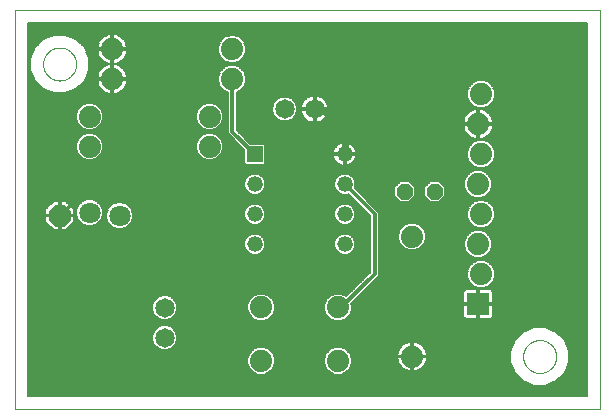
<source format=gtl>
G75*
%MOIN*%
%OFA0B0*%
%FSLAX25Y25*%
%IPPOS*%
%LPD*%
%AMOC8*
5,1,8,0,0,1.08239X$1,22.5*
%
%ADD10C,0.00000*%
%ADD11C,0.06500*%
%ADD12OC8,0.07087*%
%ADD13C,0.07087*%
%ADD14R,0.07400X0.07400*%
%ADD15C,0.07400*%
%ADD16OC8,0.05200*%
%ADD17R,0.05200X0.05200*%
%ADD18C,0.05200*%
%ADD19C,0.01200*%
%ADD20C,0.00600*%
%ADD21C,0.02400*%
D10*
X0001300Y0001300D02*
X0001300Y0134300D01*
X0196300Y0134300D01*
X0196300Y0001300D01*
X0001300Y0001300D01*
X0010800Y0116300D02*
X0010802Y0116448D01*
X0010808Y0116596D01*
X0010818Y0116744D01*
X0010832Y0116892D01*
X0010850Y0117039D01*
X0010872Y0117186D01*
X0010898Y0117332D01*
X0010927Y0117477D01*
X0010961Y0117622D01*
X0010999Y0117765D01*
X0011040Y0117908D01*
X0011085Y0118049D01*
X0011135Y0118189D01*
X0011187Y0118327D01*
X0011244Y0118465D01*
X0011304Y0118600D01*
X0011368Y0118734D01*
X0011435Y0118866D01*
X0011506Y0118996D01*
X0011581Y0119125D01*
X0011659Y0119251D01*
X0011740Y0119375D01*
X0011824Y0119497D01*
X0011912Y0119616D01*
X0012003Y0119733D01*
X0012097Y0119848D01*
X0012195Y0119960D01*
X0012295Y0120069D01*
X0012398Y0120176D01*
X0012504Y0120280D01*
X0012612Y0120381D01*
X0012724Y0120479D01*
X0012838Y0120574D01*
X0012954Y0120665D01*
X0013073Y0120754D01*
X0013194Y0120839D01*
X0013318Y0120921D01*
X0013444Y0121000D01*
X0013571Y0121075D01*
X0013701Y0121147D01*
X0013833Y0121216D01*
X0013966Y0121280D01*
X0014101Y0121341D01*
X0014238Y0121399D01*
X0014376Y0121453D01*
X0014516Y0121503D01*
X0014657Y0121549D01*
X0014799Y0121591D01*
X0014942Y0121630D01*
X0015086Y0121664D01*
X0015232Y0121695D01*
X0015377Y0121722D01*
X0015524Y0121745D01*
X0015671Y0121764D01*
X0015819Y0121779D01*
X0015966Y0121790D01*
X0016115Y0121797D01*
X0016263Y0121800D01*
X0016411Y0121799D01*
X0016559Y0121794D01*
X0016707Y0121785D01*
X0016855Y0121772D01*
X0017003Y0121755D01*
X0017149Y0121734D01*
X0017296Y0121709D01*
X0017441Y0121680D01*
X0017586Y0121648D01*
X0017729Y0121611D01*
X0017872Y0121571D01*
X0018014Y0121526D01*
X0018154Y0121478D01*
X0018293Y0121426D01*
X0018430Y0121371D01*
X0018566Y0121311D01*
X0018701Y0121248D01*
X0018833Y0121182D01*
X0018964Y0121112D01*
X0019093Y0121038D01*
X0019219Y0120961D01*
X0019344Y0120881D01*
X0019466Y0120797D01*
X0019587Y0120710D01*
X0019704Y0120620D01*
X0019820Y0120526D01*
X0019932Y0120430D01*
X0020042Y0120331D01*
X0020150Y0120228D01*
X0020254Y0120123D01*
X0020356Y0120015D01*
X0020454Y0119904D01*
X0020550Y0119791D01*
X0020643Y0119675D01*
X0020732Y0119557D01*
X0020818Y0119436D01*
X0020901Y0119313D01*
X0020981Y0119188D01*
X0021057Y0119061D01*
X0021130Y0118931D01*
X0021199Y0118800D01*
X0021264Y0118667D01*
X0021327Y0118533D01*
X0021385Y0118396D01*
X0021440Y0118258D01*
X0021490Y0118119D01*
X0021538Y0117978D01*
X0021581Y0117837D01*
X0021621Y0117694D01*
X0021656Y0117550D01*
X0021688Y0117405D01*
X0021716Y0117259D01*
X0021740Y0117113D01*
X0021760Y0116966D01*
X0021776Y0116818D01*
X0021788Y0116671D01*
X0021796Y0116522D01*
X0021800Y0116374D01*
X0021800Y0116226D01*
X0021796Y0116078D01*
X0021788Y0115929D01*
X0021776Y0115782D01*
X0021760Y0115634D01*
X0021740Y0115487D01*
X0021716Y0115341D01*
X0021688Y0115195D01*
X0021656Y0115050D01*
X0021621Y0114906D01*
X0021581Y0114763D01*
X0021538Y0114622D01*
X0021490Y0114481D01*
X0021440Y0114342D01*
X0021385Y0114204D01*
X0021327Y0114067D01*
X0021264Y0113933D01*
X0021199Y0113800D01*
X0021130Y0113669D01*
X0021057Y0113539D01*
X0020981Y0113412D01*
X0020901Y0113287D01*
X0020818Y0113164D01*
X0020732Y0113043D01*
X0020643Y0112925D01*
X0020550Y0112809D01*
X0020454Y0112696D01*
X0020356Y0112585D01*
X0020254Y0112477D01*
X0020150Y0112372D01*
X0020042Y0112269D01*
X0019932Y0112170D01*
X0019820Y0112074D01*
X0019704Y0111980D01*
X0019587Y0111890D01*
X0019466Y0111803D01*
X0019344Y0111719D01*
X0019219Y0111639D01*
X0019093Y0111562D01*
X0018964Y0111488D01*
X0018833Y0111418D01*
X0018701Y0111352D01*
X0018566Y0111289D01*
X0018430Y0111229D01*
X0018293Y0111174D01*
X0018154Y0111122D01*
X0018014Y0111074D01*
X0017872Y0111029D01*
X0017729Y0110989D01*
X0017586Y0110952D01*
X0017441Y0110920D01*
X0017296Y0110891D01*
X0017149Y0110866D01*
X0017003Y0110845D01*
X0016855Y0110828D01*
X0016707Y0110815D01*
X0016559Y0110806D01*
X0016411Y0110801D01*
X0016263Y0110800D01*
X0016115Y0110803D01*
X0015966Y0110810D01*
X0015819Y0110821D01*
X0015671Y0110836D01*
X0015524Y0110855D01*
X0015377Y0110878D01*
X0015232Y0110905D01*
X0015086Y0110936D01*
X0014942Y0110970D01*
X0014799Y0111009D01*
X0014657Y0111051D01*
X0014516Y0111097D01*
X0014376Y0111147D01*
X0014238Y0111201D01*
X0014101Y0111259D01*
X0013966Y0111320D01*
X0013833Y0111384D01*
X0013701Y0111453D01*
X0013571Y0111525D01*
X0013444Y0111600D01*
X0013318Y0111679D01*
X0013194Y0111761D01*
X0013073Y0111846D01*
X0012954Y0111935D01*
X0012838Y0112026D01*
X0012724Y0112121D01*
X0012612Y0112219D01*
X0012504Y0112320D01*
X0012398Y0112424D01*
X0012295Y0112531D01*
X0012195Y0112640D01*
X0012097Y0112752D01*
X0012003Y0112867D01*
X0011912Y0112984D01*
X0011824Y0113103D01*
X0011740Y0113225D01*
X0011659Y0113349D01*
X0011581Y0113475D01*
X0011506Y0113604D01*
X0011435Y0113734D01*
X0011368Y0113866D01*
X0011304Y0114000D01*
X0011244Y0114135D01*
X0011187Y0114273D01*
X0011135Y0114411D01*
X0011085Y0114551D01*
X0011040Y0114692D01*
X0010999Y0114835D01*
X0010961Y0114978D01*
X0010927Y0115123D01*
X0010898Y0115268D01*
X0010872Y0115414D01*
X0010850Y0115561D01*
X0010832Y0115708D01*
X0010818Y0115856D01*
X0010808Y0116004D01*
X0010802Y0116152D01*
X0010800Y0116300D01*
X0170800Y0018800D02*
X0170802Y0018948D01*
X0170808Y0019096D01*
X0170818Y0019244D01*
X0170832Y0019392D01*
X0170850Y0019539D01*
X0170872Y0019686D01*
X0170898Y0019832D01*
X0170927Y0019977D01*
X0170961Y0020122D01*
X0170999Y0020265D01*
X0171040Y0020408D01*
X0171085Y0020549D01*
X0171135Y0020689D01*
X0171187Y0020827D01*
X0171244Y0020965D01*
X0171304Y0021100D01*
X0171368Y0021234D01*
X0171435Y0021366D01*
X0171506Y0021496D01*
X0171581Y0021625D01*
X0171659Y0021751D01*
X0171740Y0021875D01*
X0171824Y0021997D01*
X0171912Y0022116D01*
X0172003Y0022233D01*
X0172097Y0022348D01*
X0172195Y0022460D01*
X0172295Y0022569D01*
X0172398Y0022676D01*
X0172504Y0022780D01*
X0172612Y0022881D01*
X0172724Y0022979D01*
X0172838Y0023074D01*
X0172954Y0023165D01*
X0173073Y0023254D01*
X0173194Y0023339D01*
X0173318Y0023421D01*
X0173444Y0023500D01*
X0173571Y0023575D01*
X0173701Y0023647D01*
X0173833Y0023716D01*
X0173966Y0023780D01*
X0174101Y0023841D01*
X0174238Y0023899D01*
X0174376Y0023953D01*
X0174516Y0024003D01*
X0174657Y0024049D01*
X0174799Y0024091D01*
X0174942Y0024130D01*
X0175086Y0024164D01*
X0175232Y0024195D01*
X0175377Y0024222D01*
X0175524Y0024245D01*
X0175671Y0024264D01*
X0175819Y0024279D01*
X0175966Y0024290D01*
X0176115Y0024297D01*
X0176263Y0024300D01*
X0176411Y0024299D01*
X0176559Y0024294D01*
X0176707Y0024285D01*
X0176855Y0024272D01*
X0177003Y0024255D01*
X0177149Y0024234D01*
X0177296Y0024209D01*
X0177441Y0024180D01*
X0177586Y0024148D01*
X0177729Y0024111D01*
X0177872Y0024071D01*
X0178014Y0024026D01*
X0178154Y0023978D01*
X0178293Y0023926D01*
X0178430Y0023871D01*
X0178566Y0023811D01*
X0178701Y0023748D01*
X0178833Y0023682D01*
X0178964Y0023612D01*
X0179093Y0023538D01*
X0179219Y0023461D01*
X0179344Y0023381D01*
X0179466Y0023297D01*
X0179587Y0023210D01*
X0179704Y0023120D01*
X0179820Y0023026D01*
X0179932Y0022930D01*
X0180042Y0022831D01*
X0180150Y0022728D01*
X0180254Y0022623D01*
X0180356Y0022515D01*
X0180454Y0022404D01*
X0180550Y0022291D01*
X0180643Y0022175D01*
X0180732Y0022057D01*
X0180818Y0021936D01*
X0180901Y0021813D01*
X0180981Y0021688D01*
X0181057Y0021561D01*
X0181130Y0021431D01*
X0181199Y0021300D01*
X0181264Y0021167D01*
X0181327Y0021033D01*
X0181385Y0020896D01*
X0181440Y0020758D01*
X0181490Y0020619D01*
X0181538Y0020478D01*
X0181581Y0020337D01*
X0181621Y0020194D01*
X0181656Y0020050D01*
X0181688Y0019905D01*
X0181716Y0019759D01*
X0181740Y0019613D01*
X0181760Y0019466D01*
X0181776Y0019318D01*
X0181788Y0019171D01*
X0181796Y0019022D01*
X0181800Y0018874D01*
X0181800Y0018726D01*
X0181796Y0018578D01*
X0181788Y0018429D01*
X0181776Y0018282D01*
X0181760Y0018134D01*
X0181740Y0017987D01*
X0181716Y0017841D01*
X0181688Y0017695D01*
X0181656Y0017550D01*
X0181621Y0017406D01*
X0181581Y0017263D01*
X0181538Y0017122D01*
X0181490Y0016981D01*
X0181440Y0016842D01*
X0181385Y0016704D01*
X0181327Y0016567D01*
X0181264Y0016433D01*
X0181199Y0016300D01*
X0181130Y0016169D01*
X0181057Y0016039D01*
X0180981Y0015912D01*
X0180901Y0015787D01*
X0180818Y0015664D01*
X0180732Y0015543D01*
X0180643Y0015425D01*
X0180550Y0015309D01*
X0180454Y0015196D01*
X0180356Y0015085D01*
X0180254Y0014977D01*
X0180150Y0014872D01*
X0180042Y0014769D01*
X0179932Y0014670D01*
X0179820Y0014574D01*
X0179704Y0014480D01*
X0179587Y0014390D01*
X0179466Y0014303D01*
X0179344Y0014219D01*
X0179219Y0014139D01*
X0179093Y0014062D01*
X0178964Y0013988D01*
X0178833Y0013918D01*
X0178701Y0013852D01*
X0178566Y0013789D01*
X0178430Y0013729D01*
X0178293Y0013674D01*
X0178154Y0013622D01*
X0178014Y0013574D01*
X0177872Y0013529D01*
X0177729Y0013489D01*
X0177586Y0013452D01*
X0177441Y0013420D01*
X0177296Y0013391D01*
X0177149Y0013366D01*
X0177003Y0013345D01*
X0176855Y0013328D01*
X0176707Y0013315D01*
X0176559Y0013306D01*
X0176411Y0013301D01*
X0176263Y0013300D01*
X0176115Y0013303D01*
X0175966Y0013310D01*
X0175819Y0013321D01*
X0175671Y0013336D01*
X0175524Y0013355D01*
X0175377Y0013378D01*
X0175232Y0013405D01*
X0175086Y0013436D01*
X0174942Y0013470D01*
X0174799Y0013509D01*
X0174657Y0013551D01*
X0174516Y0013597D01*
X0174376Y0013647D01*
X0174238Y0013701D01*
X0174101Y0013759D01*
X0173966Y0013820D01*
X0173833Y0013884D01*
X0173701Y0013953D01*
X0173571Y0014025D01*
X0173444Y0014100D01*
X0173318Y0014179D01*
X0173194Y0014261D01*
X0173073Y0014346D01*
X0172954Y0014435D01*
X0172838Y0014526D01*
X0172724Y0014621D01*
X0172612Y0014719D01*
X0172504Y0014820D01*
X0172398Y0014924D01*
X0172295Y0015031D01*
X0172195Y0015140D01*
X0172097Y0015252D01*
X0172003Y0015367D01*
X0171912Y0015484D01*
X0171824Y0015603D01*
X0171740Y0015725D01*
X0171659Y0015849D01*
X0171581Y0015975D01*
X0171506Y0016104D01*
X0171435Y0016234D01*
X0171368Y0016366D01*
X0171304Y0016500D01*
X0171244Y0016635D01*
X0171187Y0016773D01*
X0171135Y0016911D01*
X0171085Y0017051D01*
X0171040Y0017192D01*
X0170999Y0017335D01*
X0170961Y0017478D01*
X0170927Y0017623D01*
X0170898Y0017768D01*
X0170872Y0017914D01*
X0170850Y0018061D01*
X0170832Y0018208D01*
X0170818Y0018356D01*
X0170808Y0018504D01*
X0170802Y0018652D01*
X0170800Y0018800D01*
D11*
X0101300Y0101300D03*
X0091300Y0101300D03*
X0051300Y0035050D03*
X0051300Y0025050D03*
D12*
X0016300Y0065800D03*
D13*
X0026300Y0066800D03*
X0036300Y0065800D03*
D14*
X0155800Y0036300D03*
D15*
X0156800Y0046300D03*
X0155800Y0056300D03*
X0156800Y0066300D03*
X0155800Y0076300D03*
X0156800Y0086300D03*
X0155800Y0096300D03*
X0156800Y0106300D03*
X0133800Y0058800D03*
X0109100Y0035200D03*
X0083500Y0035200D03*
X0083500Y0017400D03*
X0109100Y0017400D03*
X0133800Y0018800D03*
X0066300Y0088800D03*
X0066300Y0098800D03*
X0073800Y0111300D03*
X0073800Y0121300D03*
X0033800Y0121300D03*
X0033800Y0111300D03*
X0026300Y0098800D03*
X0026300Y0088800D03*
D16*
X0131300Y0073800D03*
X0141300Y0073800D03*
D17*
X0081300Y0086300D03*
D18*
X0081300Y0076300D03*
X0081300Y0066300D03*
X0081300Y0056300D03*
X0111300Y0056300D03*
X0111300Y0066300D03*
X0111300Y0076300D03*
X0111300Y0086300D03*
D19*
X0111300Y0076300D02*
X0121300Y0066300D01*
X0121300Y0046300D01*
X0110200Y0035200D01*
X0109100Y0035200D01*
X0081300Y0086300D02*
X0073800Y0093800D01*
X0073800Y0111300D01*
X0033800Y0111300D02*
X0033800Y0121300D01*
X0033800Y0111300D02*
X0033800Y0083300D01*
X0016300Y0065800D01*
D20*
X0016600Y0065939D02*
X0021857Y0065939D01*
X0021857Y0065916D02*
X0022533Y0064283D01*
X0023783Y0063033D01*
X0025416Y0062357D01*
X0027184Y0062357D01*
X0028817Y0063033D01*
X0030067Y0064283D01*
X0030743Y0065916D01*
X0030743Y0067684D01*
X0030067Y0069317D01*
X0028817Y0070567D01*
X0027184Y0071243D01*
X0025416Y0071243D01*
X0023783Y0070567D01*
X0022533Y0069317D01*
X0021857Y0067684D01*
X0021857Y0065916D01*
X0021857Y0066538D02*
X0021143Y0066538D01*
X0021143Y0066100D02*
X0021143Y0067806D01*
X0018306Y0070643D01*
X0016600Y0070643D01*
X0016600Y0066100D01*
X0016000Y0066100D01*
X0016000Y0070643D01*
X0014294Y0070643D01*
X0011457Y0067806D01*
X0011457Y0066100D01*
X0016000Y0066100D01*
X0016000Y0065500D01*
X0011457Y0065500D01*
X0011457Y0063794D01*
X0014294Y0060957D01*
X0016000Y0060957D01*
X0016000Y0065500D01*
X0016600Y0065500D01*
X0016600Y0066100D01*
X0021143Y0066100D01*
X0021143Y0065500D02*
X0016600Y0065500D01*
X0016600Y0060957D01*
X0018306Y0060957D01*
X0021143Y0063794D01*
X0021143Y0065500D01*
X0021143Y0065341D02*
X0022095Y0065341D01*
X0022343Y0064742D02*
X0021143Y0064742D01*
X0021143Y0064144D02*
X0022673Y0064144D01*
X0023271Y0063545D02*
X0020895Y0063545D01*
X0020296Y0062947D02*
X0023992Y0062947D01*
X0028608Y0062947D02*
X0032870Y0062947D01*
X0032533Y0063283D02*
X0033783Y0062033D01*
X0035416Y0061357D01*
X0037184Y0061357D01*
X0038817Y0062033D01*
X0040067Y0063283D01*
X0040743Y0064916D01*
X0040743Y0066684D01*
X0040067Y0068317D01*
X0038817Y0069567D01*
X0037184Y0070243D01*
X0035416Y0070243D01*
X0033783Y0069567D01*
X0032533Y0068317D01*
X0031857Y0066684D01*
X0031857Y0064916D01*
X0032533Y0063283D01*
X0032425Y0063545D02*
X0029329Y0063545D01*
X0029927Y0064144D02*
X0032177Y0064144D01*
X0031929Y0064742D02*
X0030257Y0064742D01*
X0030505Y0065341D02*
X0031857Y0065341D01*
X0031857Y0065939D02*
X0030743Y0065939D01*
X0030743Y0066538D02*
X0031857Y0066538D01*
X0032044Y0067136D02*
X0030743Y0067136D01*
X0030722Y0067735D02*
X0032292Y0067735D01*
X0032549Y0068333D02*
X0030474Y0068333D01*
X0030226Y0068932D02*
X0033148Y0068932D01*
X0033747Y0069530D02*
X0029853Y0069530D01*
X0029255Y0070129D02*
X0035140Y0070129D01*
X0037460Y0070129D02*
X0115350Y0070129D01*
X0114751Y0070727D02*
X0028430Y0070727D01*
X0024170Y0070727D02*
X0005600Y0070727D01*
X0005600Y0070129D02*
X0013779Y0070129D01*
X0013181Y0069530D02*
X0005600Y0069530D01*
X0005600Y0068932D02*
X0012582Y0068932D01*
X0011984Y0068333D02*
X0005600Y0068333D01*
X0005600Y0067735D02*
X0011457Y0067735D01*
X0011457Y0067136D02*
X0005600Y0067136D01*
X0005600Y0066538D02*
X0011457Y0066538D01*
X0011457Y0065341D02*
X0005600Y0065341D01*
X0005600Y0065939D02*
X0016000Y0065939D01*
X0016000Y0065341D02*
X0016600Y0065341D01*
X0016600Y0064742D02*
X0016000Y0064742D01*
X0016000Y0064144D02*
X0016600Y0064144D01*
X0016600Y0063545D02*
X0016000Y0063545D01*
X0016000Y0062947D02*
X0016600Y0062947D01*
X0016600Y0062348D02*
X0016000Y0062348D01*
X0016000Y0061750D02*
X0016600Y0061750D01*
X0016600Y0061151D02*
X0016000Y0061151D01*
X0014099Y0061151D02*
X0005600Y0061151D01*
X0005600Y0060553D02*
X0119800Y0060553D01*
X0119800Y0061151D02*
X0018501Y0061151D01*
X0019099Y0061750D02*
X0034467Y0061750D01*
X0033468Y0062348D02*
X0019698Y0062348D01*
X0021143Y0067136D02*
X0021857Y0067136D01*
X0021878Y0067735D02*
X0021143Y0067735D01*
X0020616Y0068333D02*
X0022126Y0068333D01*
X0022374Y0068932D02*
X0020018Y0068932D01*
X0019419Y0069530D02*
X0022747Y0069530D01*
X0023345Y0070129D02*
X0018821Y0070129D01*
X0016600Y0070129D02*
X0016000Y0070129D01*
X0016000Y0069530D02*
X0016600Y0069530D01*
X0016600Y0068932D02*
X0016000Y0068932D01*
X0016000Y0068333D02*
X0016600Y0068333D01*
X0016600Y0067735D02*
X0016000Y0067735D01*
X0016000Y0067136D02*
X0016600Y0067136D01*
X0016600Y0066538D02*
X0016000Y0066538D01*
X0011457Y0064742D02*
X0005600Y0064742D01*
X0005600Y0064144D02*
X0011457Y0064144D01*
X0011705Y0063545D02*
X0005600Y0063545D01*
X0005600Y0062947D02*
X0012304Y0062947D01*
X0012902Y0062348D02*
X0005600Y0062348D01*
X0005600Y0061750D02*
X0013501Y0061750D01*
X0005600Y0059954D02*
X0119800Y0059954D01*
X0119800Y0059356D02*
X0113069Y0059356D01*
X0113283Y0059267D02*
X0111996Y0059800D01*
X0110604Y0059800D01*
X0109317Y0059267D01*
X0108333Y0058283D01*
X0107800Y0056996D01*
X0107800Y0055604D01*
X0108333Y0054317D01*
X0109317Y0053333D01*
X0110604Y0052800D01*
X0111996Y0052800D01*
X0113283Y0053333D01*
X0114267Y0054317D01*
X0114800Y0055604D01*
X0114800Y0056996D01*
X0114267Y0058283D01*
X0113283Y0059267D01*
X0113793Y0058757D02*
X0119800Y0058757D01*
X0119800Y0058159D02*
X0114319Y0058159D01*
X0114566Y0057560D02*
X0119800Y0057560D01*
X0119800Y0056962D02*
X0114800Y0056962D01*
X0114800Y0056363D02*
X0119800Y0056363D01*
X0119800Y0055765D02*
X0114800Y0055765D01*
X0114619Y0055166D02*
X0119800Y0055166D01*
X0119800Y0054568D02*
X0114371Y0054568D01*
X0113919Y0053969D02*
X0119800Y0053969D01*
X0119800Y0053370D02*
X0113320Y0053370D01*
X0109280Y0053370D02*
X0083320Y0053370D01*
X0083283Y0053333D02*
X0084267Y0054317D01*
X0084800Y0055604D01*
X0084800Y0056996D01*
X0084267Y0058283D01*
X0083283Y0059267D01*
X0081996Y0059800D01*
X0080604Y0059800D01*
X0079317Y0059267D01*
X0078333Y0058283D01*
X0077800Y0056996D01*
X0077800Y0055604D01*
X0078333Y0054317D01*
X0079317Y0053333D01*
X0080604Y0052800D01*
X0081996Y0052800D01*
X0083283Y0053333D01*
X0083919Y0053969D02*
X0108681Y0053969D01*
X0108229Y0054568D02*
X0084371Y0054568D01*
X0084619Y0055166D02*
X0107981Y0055166D01*
X0107800Y0055765D02*
X0084800Y0055765D01*
X0084800Y0056363D02*
X0107800Y0056363D01*
X0107800Y0056962D02*
X0084800Y0056962D01*
X0084566Y0057560D02*
X0108034Y0057560D01*
X0108281Y0058159D02*
X0084319Y0058159D01*
X0083793Y0058757D02*
X0108807Y0058757D01*
X0109531Y0059356D02*
X0083069Y0059356D01*
X0079531Y0059356D02*
X0005600Y0059356D01*
X0005600Y0058757D02*
X0078807Y0058757D01*
X0078281Y0058159D02*
X0005600Y0058159D01*
X0005600Y0057560D02*
X0078034Y0057560D01*
X0077800Y0056962D02*
X0005600Y0056962D01*
X0005600Y0056363D02*
X0077800Y0056363D01*
X0077800Y0055765D02*
X0005600Y0055765D01*
X0005600Y0055166D02*
X0077981Y0055166D01*
X0078229Y0054568D02*
X0005600Y0054568D01*
X0005600Y0053969D02*
X0078681Y0053969D01*
X0079280Y0053370D02*
X0005600Y0053370D01*
X0005600Y0052772D02*
X0119800Y0052772D01*
X0119800Y0052173D02*
X0005600Y0052173D01*
X0005600Y0051575D02*
X0119800Y0051575D01*
X0119800Y0050976D02*
X0005600Y0050976D01*
X0005600Y0050378D02*
X0119800Y0050378D01*
X0119800Y0049779D02*
X0005600Y0049779D01*
X0005600Y0049181D02*
X0119800Y0049181D01*
X0119800Y0048582D02*
X0005600Y0048582D01*
X0005600Y0047984D02*
X0119800Y0047984D01*
X0119800Y0047385D02*
X0005600Y0047385D01*
X0005600Y0046787D02*
X0119666Y0046787D01*
X0119800Y0046921D02*
X0111842Y0038963D01*
X0111706Y0039100D01*
X0110015Y0039800D01*
X0108185Y0039800D01*
X0106494Y0039100D01*
X0105200Y0037806D01*
X0104500Y0036115D01*
X0104500Y0034285D01*
X0105200Y0032594D01*
X0106494Y0031300D01*
X0108185Y0030600D01*
X0110015Y0030600D01*
X0111706Y0031300D01*
X0113000Y0032594D01*
X0113700Y0034285D01*
X0113700Y0036115D01*
X0113564Y0036443D01*
X0122800Y0045679D01*
X0122800Y0066921D01*
X0121921Y0067800D01*
X0114600Y0075121D01*
X0114800Y0075604D01*
X0114800Y0076996D01*
X0114267Y0078283D01*
X0113283Y0079267D01*
X0111996Y0079800D01*
X0110604Y0079800D01*
X0109317Y0079267D01*
X0108333Y0078283D01*
X0107800Y0076996D01*
X0107800Y0075604D01*
X0108333Y0074317D01*
X0109317Y0073333D01*
X0110604Y0072800D01*
X0111996Y0072800D01*
X0112479Y0073000D01*
X0119800Y0065679D01*
X0119800Y0046921D01*
X0119067Y0046188D02*
X0005600Y0046188D01*
X0005600Y0045590D02*
X0118469Y0045590D01*
X0117870Y0044991D02*
X0005600Y0044991D01*
X0005600Y0044393D02*
X0117272Y0044393D01*
X0116673Y0043794D02*
X0005600Y0043794D01*
X0005600Y0043196D02*
X0116074Y0043196D01*
X0115476Y0042597D02*
X0005600Y0042597D01*
X0005600Y0041999D02*
X0114877Y0041999D01*
X0114279Y0041400D02*
X0005600Y0041400D01*
X0005600Y0040802D02*
X0113680Y0040802D01*
X0113082Y0040203D02*
X0005600Y0040203D01*
X0005600Y0039605D02*
X0082114Y0039605D01*
X0082585Y0039800D02*
X0080894Y0039100D01*
X0079600Y0037806D01*
X0078900Y0036115D01*
X0078900Y0034285D01*
X0079600Y0032594D01*
X0080894Y0031300D01*
X0082585Y0030600D01*
X0084415Y0030600D01*
X0086106Y0031300D01*
X0087400Y0032594D01*
X0088100Y0034285D01*
X0088100Y0036115D01*
X0087400Y0037806D01*
X0086106Y0039100D01*
X0084415Y0039800D01*
X0082585Y0039800D01*
X0080801Y0039006D02*
X0052593Y0039006D01*
X0052125Y0039200D02*
X0050475Y0039200D01*
X0048949Y0038568D01*
X0047782Y0037401D01*
X0047150Y0035875D01*
X0047150Y0034225D01*
X0047782Y0032699D01*
X0048949Y0031532D01*
X0050475Y0030900D01*
X0052125Y0030900D01*
X0053651Y0031532D01*
X0054818Y0032699D01*
X0055450Y0034225D01*
X0055450Y0035875D01*
X0054818Y0037401D01*
X0053651Y0038568D01*
X0052125Y0039200D01*
X0053811Y0038408D02*
X0080202Y0038408D01*
X0079604Y0037809D02*
X0054410Y0037809D01*
X0054897Y0037211D02*
X0079354Y0037211D01*
X0079106Y0036612D02*
X0055145Y0036612D01*
X0055393Y0036014D02*
X0078900Y0036014D01*
X0078900Y0035415D02*
X0055450Y0035415D01*
X0055450Y0034817D02*
X0078900Y0034817D01*
X0078928Y0034218D02*
X0055447Y0034218D01*
X0055199Y0033620D02*
X0079176Y0033620D01*
X0079424Y0033021D02*
X0054952Y0033021D01*
X0054542Y0032423D02*
X0079772Y0032423D01*
X0080371Y0031824D02*
X0053943Y0031824D01*
X0052911Y0031226D02*
X0081075Y0031226D01*
X0082520Y0030627D02*
X0005600Y0030627D01*
X0005600Y0030029D02*
X0192000Y0030029D01*
X0192000Y0030627D02*
X0110080Y0030627D01*
X0111525Y0031226D02*
X0192000Y0031226D01*
X0192000Y0031824D02*
X0160553Y0031824D01*
X0160540Y0031802D02*
X0160711Y0032098D01*
X0160800Y0032429D01*
X0160800Y0036000D01*
X0156100Y0036000D01*
X0156100Y0036600D01*
X0155500Y0036600D01*
X0155500Y0041300D01*
X0151929Y0041300D01*
X0151598Y0041211D01*
X0151302Y0041040D01*
X0151060Y0040798D01*
X0150889Y0040502D01*
X0150800Y0040171D01*
X0150800Y0036600D01*
X0155500Y0036600D01*
X0155500Y0036000D01*
X0150800Y0036000D01*
X0150800Y0032429D01*
X0150889Y0032098D01*
X0151060Y0031802D01*
X0151302Y0031560D01*
X0151598Y0031389D01*
X0151929Y0031300D01*
X0155500Y0031300D01*
X0155500Y0036000D01*
X0156100Y0036000D01*
X0156100Y0031300D01*
X0159671Y0031300D01*
X0160002Y0031389D01*
X0160298Y0031560D01*
X0160540Y0031802D01*
X0160798Y0032423D02*
X0192000Y0032423D01*
X0192000Y0033021D02*
X0160800Y0033021D01*
X0160800Y0033620D02*
X0192000Y0033620D01*
X0192000Y0034218D02*
X0160800Y0034218D01*
X0160800Y0034817D02*
X0192000Y0034817D01*
X0192000Y0035415D02*
X0160800Y0035415D01*
X0160800Y0036600D02*
X0160800Y0040171D01*
X0160711Y0040502D01*
X0160540Y0040798D01*
X0160298Y0041040D01*
X0160002Y0041211D01*
X0159671Y0041300D01*
X0156100Y0041300D01*
X0156100Y0036600D01*
X0160800Y0036600D01*
X0160800Y0036612D02*
X0192000Y0036612D01*
X0192000Y0036014D02*
X0156100Y0036014D01*
X0156100Y0036612D02*
X0155500Y0036612D01*
X0155500Y0036014D02*
X0113700Y0036014D01*
X0113700Y0035415D02*
X0150800Y0035415D01*
X0150800Y0034817D02*
X0113700Y0034817D01*
X0113672Y0034218D02*
X0150800Y0034218D01*
X0150800Y0033620D02*
X0113424Y0033620D01*
X0113176Y0033021D02*
X0150800Y0033021D01*
X0150802Y0032423D02*
X0112828Y0032423D01*
X0112229Y0031824D02*
X0151047Y0031824D01*
X0155500Y0031824D02*
X0156100Y0031824D01*
X0156100Y0032423D02*
X0155500Y0032423D01*
X0155500Y0033021D02*
X0156100Y0033021D01*
X0156100Y0033620D02*
X0155500Y0033620D01*
X0155500Y0034218D02*
X0156100Y0034218D01*
X0156100Y0034817D02*
X0155500Y0034817D01*
X0155500Y0035415D02*
X0156100Y0035415D01*
X0156100Y0037211D02*
X0155500Y0037211D01*
X0155500Y0037809D02*
X0156100Y0037809D01*
X0156100Y0038408D02*
X0155500Y0038408D01*
X0155500Y0039006D02*
X0156100Y0039006D01*
X0156100Y0039605D02*
X0155500Y0039605D01*
X0155500Y0040203D02*
X0156100Y0040203D01*
X0156100Y0040802D02*
X0155500Y0040802D01*
X0155885Y0041700D02*
X0157715Y0041700D01*
X0159406Y0042400D01*
X0160700Y0043694D01*
X0161400Y0045385D01*
X0161400Y0047215D01*
X0160700Y0048906D01*
X0159406Y0050200D01*
X0157715Y0050900D01*
X0155885Y0050900D01*
X0154194Y0050200D01*
X0152900Y0048906D01*
X0152200Y0047215D01*
X0152200Y0045385D01*
X0152900Y0043694D01*
X0154194Y0042400D01*
X0155885Y0041700D01*
X0155164Y0041999D02*
X0119120Y0041999D01*
X0119719Y0042597D02*
X0153997Y0042597D01*
X0153399Y0043196D02*
X0120317Y0043196D01*
X0120916Y0043794D02*
X0152859Y0043794D01*
X0152611Y0044393D02*
X0121514Y0044393D01*
X0122113Y0044991D02*
X0152363Y0044991D01*
X0152200Y0045590D02*
X0122711Y0045590D01*
X0122800Y0046188D02*
X0152200Y0046188D01*
X0152200Y0046787D02*
X0122800Y0046787D01*
X0122800Y0047385D02*
X0152271Y0047385D01*
X0152518Y0047984D02*
X0122800Y0047984D01*
X0122800Y0048582D02*
X0152766Y0048582D01*
X0153176Y0049181D02*
X0122800Y0049181D01*
X0122800Y0049779D02*
X0153774Y0049779D01*
X0154625Y0050378D02*
X0122800Y0050378D01*
X0122800Y0050976D02*
X0192000Y0050976D01*
X0192000Y0050378D02*
X0158975Y0050378D01*
X0159826Y0049779D02*
X0192000Y0049779D01*
X0192000Y0049181D02*
X0160424Y0049181D01*
X0160834Y0048582D02*
X0192000Y0048582D01*
X0192000Y0047984D02*
X0161082Y0047984D01*
X0161329Y0047385D02*
X0192000Y0047385D01*
X0192000Y0046787D02*
X0161400Y0046787D01*
X0161400Y0046188D02*
X0192000Y0046188D01*
X0192000Y0045590D02*
X0161400Y0045590D01*
X0161237Y0044991D02*
X0192000Y0044991D01*
X0192000Y0044393D02*
X0160989Y0044393D01*
X0160741Y0043794D02*
X0192000Y0043794D01*
X0192000Y0043196D02*
X0160201Y0043196D01*
X0159603Y0042597D02*
X0192000Y0042597D01*
X0192000Y0041999D02*
X0158436Y0041999D01*
X0160537Y0040802D02*
X0192000Y0040802D01*
X0192000Y0041400D02*
X0118522Y0041400D01*
X0117923Y0040802D02*
X0151063Y0040802D01*
X0150809Y0040203D02*
X0117325Y0040203D01*
X0116726Y0039605D02*
X0150800Y0039605D01*
X0150800Y0039006D02*
X0116128Y0039006D01*
X0115529Y0038408D02*
X0150800Y0038408D01*
X0150800Y0037809D02*
X0114930Y0037809D01*
X0114332Y0037211D02*
X0150800Y0037211D01*
X0150800Y0036612D02*
X0113733Y0036612D01*
X0111885Y0039006D02*
X0111799Y0039006D01*
X0112483Y0039605D02*
X0110486Y0039605D01*
X0107714Y0039605D02*
X0084886Y0039605D01*
X0086199Y0039006D02*
X0106401Y0039006D01*
X0105802Y0038408D02*
X0086798Y0038408D01*
X0087396Y0037809D02*
X0105204Y0037809D01*
X0104954Y0037211D02*
X0087646Y0037211D01*
X0087894Y0036612D02*
X0104706Y0036612D01*
X0104500Y0036014D02*
X0088100Y0036014D01*
X0088100Y0035415D02*
X0104500Y0035415D01*
X0104500Y0034817D02*
X0088100Y0034817D01*
X0088072Y0034218D02*
X0104528Y0034218D01*
X0104776Y0033620D02*
X0087824Y0033620D01*
X0087576Y0033021D02*
X0105024Y0033021D01*
X0105372Y0032423D02*
X0087228Y0032423D01*
X0086629Y0031824D02*
X0105971Y0031824D01*
X0106675Y0031226D02*
X0085925Y0031226D01*
X0084480Y0030627D02*
X0108120Y0030627D01*
X0108185Y0022000D02*
X0106494Y0021300D01*
X0105200Y0020006D01*
X0104500Y0018315D01*
X0104500Y0016485D01*
X0105200Y0014794D01*
X0106494Y0013500D01*
X0108185Y0012800D01*
X0110015Y0012800D01*
X0111706Y0013500D01*
X0113000Y0014794D01*
X0113700Y0016485D01*
X0113700Y0018315D01*
X0113000Y0020006D01*
X0111706Y0021300D01*
X0110015Y0022000D01*
X0108185Y0022000D01*
X0107339Y0021649D02*
X0085261Y0021649D01*
X0086106Y0021300D02*
X0084415Y0022000D01*
X0082585Y0022000D01*
X0080894Y0021300D01*
X0079600Y0020006D01*
X0078900Y0018315D01*
X0078900Y0016485D01*
X0079600Y0014794D01*
X0080894Y0013500D01*
X0082585Y0012800D01*
X0084415Y0012800D01*
X0086106Y0013500D01*
X0087400Y0014794D01*
X0088100Y0016485D01*
X0088100Y0018315D01*
X0087400Y0020006D01*
X0086106Y0021300D01*
X0086354Y0021051D02*
X0106245Y0021051D01*
X0105647Y0020452D02*
X0086953Y0020452D01*
X0087463Y0019854D02*
X0105137Y0019854D01*
X0104890Y0019255D02*
X0087710Y0019255D01*
X0087958Y0018657D02*
X0104642Y0018657D01*
X0104500Y0018058D02*
X0088100Y0018058D01*
X0088100Y0017460D02*
X0104500Y0017460D01*
X0104500Y0016861D02*
X0088100Y0016861D01*
X0088008Y0016263D02*
X0104592Y0016263D01*
X0104840Y0015664D02*
X0087760Y0015664D01*
X0087512Y0015066D02*
X0105088Y0015066D01*
X0105527Y0014467D02*
X0087073Y0014467D01*
X0086474Y0013869D02*
X0106126Y0013869D01*
X0107050Y0013270D02*
X0085550Y0013270D01*
X0081450Y0013270D02*
X0005600Y0013270D01*
X0005600Y0012672D02*
X0168569Y0012672D01*
X0167992Y0013249D02*
X0170749Y0010492D01*
X0174351Y0009000D01*
X0178249Y0009000D01*
X0181851Y0010492D01*
X0184608Y0013249D01*
X0186100Y0016851D01*
X0186100Y0020749D01*
X0184608Y0024351D01*
X0181851Y0027108D01*
X0178249Y0028600D01*
X0174351Y0028600D01*
X0170749Y0027108D01*
X0167992Y0024351D01*
X0166500Y0020749D01*
X0166500Y0016851D01*
X0167992Y0013249D01*
X0167983Y0013270D02*
X0111150Y0013270D01*
X0112074Y0013869D02*
X0132972Y0013869D01*
X0132629Y0013923D02*
X0133406Y0013800D01*
X0133500Y0013800D01*
X0133500Y0018500D01*
X0128800Y0018500D01*
X0128800Y0018406D01*
X0128923Y0017629D01*
X0129166Y0016881D01*
X0129524Y0016179D01*
X0129986Y0015543D01*
X0130543Y0014986D01*
X0131179Y0014524D01*
X0131881Y0014166D01*
X0132629Y0013923D01*
X0133500Y0013869D02*
X0134100Y0013869D01*
X0134100Y0013800D02*
X0134194Y0013800D01*
X0134971Y0013923D01*
X0135719Y0014166D01*
X0136421Y0014524D01*
X0137057Y0014986D01*
X0137614Y0015543D01*
X0138076Y0016179D01*
X0138434Y0016881D01*
X0138677Y0017629D01*
X0138800Y0018406D01*
X0138800Y0018500D01*
X0134100Y0018500D01*
X0134100Y0019100D01*
X0133500Y0019100D01*
X0133500Y0023800D01*
X0133406Y0023800D01*
X0132629Y0023677D01*
X0131881Y0023434D01*
X0131179Y0023076D01*
X0130543Y0022614D01*
X0129986Y0022057D01*
X0129524Y0021421D01*
X0129166Y0020719D01*
X0128923Y0019971D01*
X0128800Y0019194D01*
X0128800Y0019100D01*
X0133500Y0019100D01*
X0133500Y0018500D01*
X0134100Y0018500D01*
X0134100Y0013800D01*
X0134627Y0013869D02*
X0167735Y0013869D01*
X0167487Y0014467D02*
X0136310Y0014467D01*
X0137137Y0015066D02*
X0167239Y0015066D01*
X0166991Y0015664D02*
X0137702Y0015664D01*
X0138119Y0016263D02*
X0166743Y0016263D01*
X0166500Y0016861D02*
X0138424Y0016861D01*
X0138622Y0017460D02*
X0166500Y0017460D01*
X0166500Y0018058D02*
X0138745Y0018058D01*
X0138800Y0019100D02*
X0138800Y0019194D01*
X0138677Y0019971D01*
X0138434Y0020719D01*
X0138076Y0021421D01*
X0137614Y0022057D01*
X0137057Y0022614D01*
X0136421Y0023076D01*
X0135719Y0023434D01*
X0134971Y0023677D01*
X0134194Y0023800D01*
X0134100Y0023800D01*
X0134100Y0019100D01*
X0138800Y0019100D01*
X0138790Y0019255D02*
X0166500Y0019255D01*
X0166500Y0018657D02*
X0134100Y0018657D01*
X0134100Y0019255D02*
X0133500Y0019255D01*
X0133500Y0018657D02*
X0113558Y0018657D01*
X0113700Y0018058D02*
X0128855Y0018058D01*
X0128978Y0017460D02*
X0113700Y0017460D01*
X0113700Y0016861D02*
X0129176Y0016861D01*
X0129481Y0016263D02*
X0113608Y0016263D01*
X0113360Y0015664D02*
X0129898Y0015664D01*
X0130463Y0015066D02*
X0113112Y0015066D01*
X0112673Y0014467D02*
X0131290Y0014467D01*
X0133500Y0014467D02*
X0134100Y0014467D01*
X0134100Y0015066D02*
X0133500Y0015066D01*
X0133500Y0015664D02*
X0134100Y0015664D01*
X0134100Y0016263D02*
X0133500Y0016263D01*
X0133500Y0016861D02*
X0134100Y0016861D01*
X0134100Y0017460D02*
X0133500Y0017460D01*
X0133500Y0018058D02*
X0134100Y0018058D01*
X0134100Y0019854D02*
X0133500Y0019854D01*
X0133500Y0020452D02*
X0134100Y0020452D01*
X0134100Y0021051D02*
X0133500Y0021051D01*
X0133500Y0021649D02*
X0134100Y0021649D01*
X0134100Y0022248D02*
X0133500Y0022248D01*
X0133500Y0022846D02*
X0134100Y0022846D01*
X0134100Y0023445D02*
X0133500Y0023445D01*
X0131915Y0023445D02*
X0055127Y0023445D01*
X0055375Y0024043D02*
X0167864Y0024043D01*
X0167617Y0023445D02*
X0135685Y0023445D01*
X0136737Y0022846D02*
X0167369Y0022846D01*
X0167121Y0022248D02*
X0137423Y0022248D01*
X0137910Y0021649D02*
X0166873Y0021649D01*
X0166625Y0021051D02*
X0138265Y0021051D01*
X0138520Y0020452D02*
X0166500Y0020452D01*
X0166500Y0019854D02*
X0138695Y0019854D01*
X0130863Y0022846D02*
X0054879Y0022846D01*
X0054818Y0022699D02*
X0055450Y0024225D01*
X0055450Y0025875D01*
X0054818Y0027401D01*
X0053651Y0028568D01*
X0052125Y0029200D01*
X0050475Y0029200D01*
X0048949Y0028568D01*
X0047782Y0027401D01*
X0047150Y0025875D01*
X0047150Y0024225D01*
X0047782Y0022699D01*
X0048949Y0021532D01*
X0050475Y0020900D01*
X0052125Y0020900D01*
X0053651Y0021532D01*
X0054818Y0022699D01*
X0054367Y0022248D02*
X0130177Y0022248D01*
X0129690Y0021649D02*
X0110861Y0021649D01*
X0111954Y0021051D02*
X0129335Y0021051D01*
X0129080Y0020452D02*
X0112553Y0020452D01*
X0113063Y0019854D02*
X0128905Y0019854D01*
X0128810Y0019255D02*
X0113310Y0019255D01*
X0081739Y0021649D02*
X0053768Y0021649D01*
X0052490Y0021051D02*
X0080645Y0021051D01*
X0080047Y0020452D02*
X0005600Y0020452D01*
X0005600Y0019854D02*
X0079537Y0019854D01*
X0079290Y0019255D02*
X0005600Y0019255D01*
X0005600Y0018657D02*
X0079042Y0018657D01*
X0078900Y0018058D02*
X0005600Y0018058D01*
X0005600Y0017460D02*
X0078900Y0017460D01*
X0078900Y0016861D02*
X0005600Y0016861D01*
X0005600Y0016263D02*
X0078992Y0016263D01*
X0079240Y0015664D02*
X0005600Y0015664D01*
X0005600Y0015066D02*
X0079488Y0015066D01*
X0079927Y0014467D02*
X0005600Y0014467D01*
X0005600Y0013869D02*
X0080526Y0013869D01*
X0055450Y0024642D02*
X0168283Y0024642D01*
X0168881Y0025240D02*
X0055450Y0025240D01*
X0055450Y0025839D02*
X0169480Y0025839D01*
X0170078Y0026437D02*
X0055217Y0026437D01*
X0054969Y0027036D02*
X0170677Y0027036D01*
X0172020Y0027634D02*
X0054584Y0027634D01*
X0053986Y0028233D02*
X0173465Y0028233D01*
X0179135Y0028233D02*
X0192000Y0028233D01*
X0192000Y0027634D02*
X0180580Y0027634D01*
X0181923Y0027036D02*
X0192000Y0027036D01*
X0192000Y0026437D02*
X0182522Y0026437D01*
X0183120Y0025839D02*
X0192000Y0025839D01*
X0192000Y0025240D02*
X0183719Y0025240D01*
X0184317Y0024642D02*
X0192000Y0024642D01*
X0192000Y0024043D02*
X0184736Y0024043D01*
X0184983Y0023445D02*
X0192000Y0023445D01*
X0192000Y0022846D02*
X0185231Y0022846D01*
X0185479Y0022248D02*
X0192000Y0022248D01*
X0192000Y0021649D02*
X0185727Y0021649D01*
X0185975Y0021051D02*
X0192000Y0021051D01*
X0192000Y0020452D02*
X0186100Y0020452D01*
X0186100Y0019854D02*
X0192000Y0019854D01*
X0192000Y0019255D02*
X0186100Y0019255D01*
X0186100Y0018657D02*
X0192000Y0018657D01*
X0192000Y0018058D02*
X0186100Y0018058D01*
X0186100Y0017460D02*
X0192000Y0017460D01*
X0192000Y0016861D02*
X0186100Y0016861D01*
X0185856Y0016263D02*
X0192000Y0016263D01*
X0192000Y0015664D02*
X0185609Y0015664D01*
X0185361Y0015066D02*
X0192000Y0015066D01*
X0192000Y0014467D02*
X0185113Y0014467D01*
X0184865Y0013869D02*
X0192000Y0013869D01*
X0192000Y0013270D02*
X0184617Y0013270D01*
X0184031Y0012672D02*
X0192000Y0012672D01*
X0192000Y0012073D02*
X0183432Y0012073D01*
X0182834Y0011475D02*
X0192000Y0011475D01*
X0192000Y0010876D02*
X0182235Y0010876D01*
X0181334Y0010278D02*
X0192000Y0010278D01*
X0192000Y0009679D02*
X0179889Y0009679D01*
X0178444Y0009081D02*
X0192000Y0009081D01*
X0192000Y0008482D02*
X0005600Y0008482D01*
X0005600Y0007884D02*
X0192000Y0007884D01*
X0192000Y0007285D02*
X0005600Y0007285D01*
X0005600Y0006687D02*
X0192000Y0006687D01*
X0192000Y0006088D02*
X0005600Y0006088D01*
X0005600Y0005600D02*
X0005600Y0130000D01*
X0192000Y0130000D01*
X0192000Y0005600D01*
X0005600Y0005600D01*
X0005600Y0009081D02*
X0174156Y0009081D01*
X0172711Y0009679D02*
X0005600Y0009679D01*
X0005600Y0010278D02*
X0171266Y0010278D01*
X0170365Y0010876D02*
X0005600Y0010876D01*
X0005600Y0011475D02*
X0169766Y0011475D01*
X0169167Y0012073D02*
X0005600Y0012073D01*
X0005600Y0021051D02*
X0050110Y0021051D01*
X0048832Y0021649D02*
X0005600Y0021649D01*
X0005600Y0022248D02*
X0048233Y0022248D01*
X0047721Y0022846D02*
X0005600Y0022846D01*
X0005600Y0023445D02*
X0047473Y0023445D01*
X0047225Y0024043D02*
X0005600Y0024043D01*
X0005600Y0024642D02*
X0047150Y0024642D01*
X0047150Y0025240D02*
X0005600Y0025240D01*
X0005600Y0025839D02*
X0047150Y0025839D01*
X0047383Y0026437D02*
X0005600Y0026437D01*
X0005600Y0027036D02*
X0047631Y0027036D01*
X0048016Y0027634D02*
X0005600Y0027634D01*
X0005600Y0028233D02*
X0048614Y0028233D01*
X0049585Y0028832D02*
X0005600Y0028832D01*
X0005600Y0029430D02*
X0192000Y0029430D01*
X0192000Y0028832D02*
X0053015Y0028832D01*
X0049689Y0031226D02*
X0005600Y0031226D01*
X0005600Y0031824D02*
X0048657Y0031824D01*
X0048058Y0032423D02*
X0005600Y0032423D01*
X0005600Y0033021D02*
X0047648Y0033021D01*
X0047401Y0033620D02*
X0005600Y0033620D01*
X0005600Y0034218D02*
X0047153Y0034218D01*
X0047150Y0034817D02*
X0005600Y0034817D01*
X0005600Y0035415D02*
X0047150Y0035415D01*
X0047207Y0036014D02*
X0005600Y0036014D01*
X0005600Y0036612D02*
X0047455Y0036612D01*
X0047703Y0037211D02*
X0005600Y0037211D01*
X0005600Y0037809D02*
X0048190Y0037809D01*
X0048789Y0038408D02*
X0005600Y0038408D01*
X0005600Y0039006D02*
X0050007Y0039006D01*
X0038132Y0061750D02*
X0119800Y0061750D01*
X0119800Y0062348D02*
X0039132Y0062348D01*
X0039730Y0062947D02*
X0080250Y0062947D01*
X0080604Y0062800D02*
X0081996Y0062800D01*
X0083283Y0063333D01*
X0084267Y0064317D01*
X0084800Y0065604D01*
X0084800Y0066996D01*
X0084267Y0068283D01*
X0083283Y0069267D01*
X0081996Y0069800D01*
X0080604Y0069800D01*
X0079317Y0069267D01*
X0078333Y0068283D01*
X0077800Y0066996D01*
X0077800Y0065604D01*
X0078333Y0064317D01*
X0079317Y0063333D01*
X0080604Y0062800D01*
X0079105Y0063545D02*
X0040175Y0063545D01*
X0040423Y0064144D02*
X0078507Y0064144D01*
X0078157Y0064742D02*
X0040671Y0064742D01*
X0040743Y0065341D02*
X0077909Y0065341D01*
X0077800Y0065939D02*
X0040743Y0065939D01*
X0040743Y0066538D02*
X0077800Y0066538D01*
X0077858Y0067136D02*
X0040556Y0067136D01*
X0040308Y0067735D02*
X0078106Y0067735D01*
X0078384Y0068333D02*
X0040051Y0068333D01*
X0039452Y0068932D02*
X0078982Y0068932D01*
X0079953Y0069530D02*
X0038853Y0069530D01*
X0028906Y0084900D02*
X0027215Y0084200D01*
X0025385Y0084200D01*
X0023694Y0084900D01*
X0022400Y0086194D01*
X0021700Y0087885D01*
X0021700Y0089715D01*
X0022400Y0091406D01*
X0023694Y0092700D01*
X0025385Y0093400D01*
X0027215Y0093400D01*
X0028906Y0092700D01*
X0030200Y0091406D01*
X0030900Y0089715D01*
X0030900Y0087885D01*
X0030200Y0086194D01*
X0028906Y0084900D01*
X0029097Y0085092D02*
X0063503Y0085092D01*
X0063694Y0084900D02*
X0065385Y0084200D01*
X0067215Y0084200D01*
X0068906Y0084900D01*
X0070200Y0086194D01*
X0070900Y0087885D01*
X0070900Y0089715D01*
X0070200Y0091406D01*
X0068906Y0092700D01*
X0067215Y0093400D01*
X0065385Y0093400D01*
X0063694Y0092700D01*
X0062400Y0091406D01*
X0061700Y0089715D01*
X0061700Y0087885D01*
X0062400Y0086194D01*
X0063694Y0084900D01*
X0064677Y0084493D02*
X0027923Y0084493D01*
X0029695Y0085690D02*
X0062905Y0085690D01*
X0062361Y0086289D02*
X0030239Y0086289D01*
X0030487Y0086887D02*
X0062113Y0086887D01*
X0061865Y0087486D02*
X0030735Y0087486D01*
X0030900Y0088084D02*
X0061700Y0088084D01*
X0061700Y0088683D02*
X0030900Y0088683D01*
X0030900Y0089281D02*
X0061700Y0089281D01*
X0061768Y0089880D02*
X0030832Y0089880D01*
X0030584Y0090478D02*
X0062016Y0090478D01*
X0062264Y0091077D02*
X0030336Y0091077D01*
X0029930Y0091675D02*
X0062670Y0091675D01*
X0063268Y0092274D02*
X0029332Y0092274D01*
X0028489Y0092872D02*
X0064111Y0092872D01*
X0064256Y0094668D02*
X0028344Y0094668D01*
X0028906Y0094900D02*
X0030200Y0096194D01*
X0030900Y0097885D01*
X0030900Y0099715D01*
X0030200Y0101406D01*
X0028906Y0102700D01*
X0027215Y0103400D01*
X0025385Y0103400D01*
X0023694Y0102700D01*
X0022400Y0101406D01*
X0021700Y0099715D01*
X0021700Y0097885D01*
X0022400Y0096194D01*
X0023694Y0094900D01*
X0025385Y0094200D01*
X0027215Y0094200D01*
X0028906Y0094900D01*
X0029272Y0095266D02*
X0063328Y0095266D01*
X0063694Y0094900D02*
X0065385Y0094200D01*
X0067215Y0094200D01*
X0068906Y0094900D01*
X0070200Y0096194D01*
X0070900Y0097885D01*
X0070900Y0099715D01*
X0070200Y0101406D01*
X0068906Y0102700D01*
X0067215Y0103400D01*
X0065385Y0103400D01*
X0063694Y0102700D01*
X0062400Y0101406D01*
X0061700Y0099715D01*
X0061700Y0097885D01*
X0062400Y0096194D01*
X0063694Y0094900D01*
X0062730Y0095865D02*
X0029870Y0095865D01*
X0030311Y0096463D02*
X0062289Y0096463D01*
X0062041Y0097062D02*
X0030559Y0097062D01*
X0030807Y0097660D02*
X0061793Y0097660D01*
X0061700Y0098259D02*
X0030900Y0098259D01*
X0030900Y0098857D02*
X0061700Y0098857D01*
X0061700Y0099456D02*
X0030900Y0099456D01*
X0030759Y0100054D02*
X0061841Y0100054D01*
X0062088Y0100653D02*
X0030512Y0100653D01*
X0030264Y0101251D02*
X0062336Y0101251D01*
X0062845Y0101850D02*
X0029755Y0101850D01*
X0029157Y0102448D02*
X0063443Y0102448D01*
X0064533Y0103047D02*
X0028067Y0103047D01*
X0024533Y0103047D02*
X0005600Y0103047D01*
X0005600Y0103645D02*
X0072300Y0103645D01*
X0072300Y0103047D02*
X0068067Y0103047D01*
X0069157Y0102448D02*
X0072300Y0102448D01*
X0072300Y0101850D02*
X0069755Y0101850D01*
X0070264Y0101251D02*
X0072300Y0101251D01*
X0072300Y0100653D02*
X0070512Y0100653D01*
X0070759Y0100054D02*
X0072300Y0100054D01*
X0072300Y0099456D02*
X0070900Y0099456D01*
X0070900Y0098857D02*
X0072300Y0098857D01*
X0072300Y0098259D02*
X0070900Y0098259D01*
X0070807Y0097660D02*
X0072300Y0097660D01*
X0072300Y0097062D02*
X0070559Y0097062D01*
X0070311Y0096463D02*
X0072300Y0096463D01*
X0072300Y0095865D02*
X0069870Y0095865D01*
X0069272Y0095266D02*
X0072300Y0095266D01*
X0072300Y0094668D02*
X0068344Y0094668D01*
X0068489Y0092872D02*
X0072606Y0092872D01*
X0072300Y0093179D02*
X0077800Y0087679D01*
X0077800Y0083327D01*
X0078327Y0082800D01*
X0084273Y0082800D01*
X0084800Y0083327D01*
X0084800Y0089273D01*
X0084273Y0089800D01*
X0079921Y0089800D01*
X0075300Y0094421D01*
X0075300Y0106942D01*
X0076406Y0107400D01*
X0077700Y0108694D01*
X0078400Y0110385D01*
X0078400Y0112215D01*
X0077700Y0113906D01*
X0076406Y0115200D01*
X0074715Y0115900D01*
X0072885Y0115900D01*
X0071194Y0115200D01*
X0069900Y0113906D01*
X0069200Y0112215D01*
X0069200Y0110385D01*
X0069900Y0108694D01*
X0071194Y0107400D01*
X0072300Y0106942D01*
X0072300Y0093179D01*
X0072300Y0093471D02*
X0005600Y0093471D01*
X0005600Y0094069D02*
X0072300Y0094069D01*
X0073205Y0092274D02*
X0069332Y0092274D01*
X0069930Y0091675D02*
X0073803Y0091675D01*
X0074402Y0091077D02*
X0070336Y0091077D01*
X0070584Y0090478D02*
X0075000Y0090478D01*
X0075599Y0089880D02*
X0070832Y0089880D01*
X0070900Y0089281D02*
X0076198Y0089281D01*
X0076796Y0088683D02*
X0070900Y0088683D01*
X0070900Y0088084D02*
X0077395Y0088084D01*
X0077800Y0087486D02*
X0070735Y0087486D01*
X0070487Y0086887D02*
X0077800Y0086887D01*
X0077800Y0086289D02*
X0070239Y0086289D01*
X0069695Y0085690D02*
X0077800Y0085690D01*
X0077800Y0085092D02*
X0069097Y0085092D01*
X0067923Y0084493D02*
X0077800Y0084493D01*
X0077800Y0083895D02*
X0005600Y0083895D01*
X0005600Y0084493D02*
X0024677Y0084493D01*
X0023503Y0085092D02*
X0005600Y0085092D01*
X0005600Y0085690D02*
X0022905Y0085690D01*
X0022361Y0086289D02*
X0005600Y0086289D01*
X0005600Y0086887D02*
X0022113Y0086887D01*
X0021865Y0087486D02*
X0005600Y0087486D01*
X0005600Y0088084D02*
X0021700Y0088084D01*
X0021700Y0088683D02*
X0005600Y0088683D01*
X0005600Y0089281D02*
X0021700Y0089281D01*
X0021768Y0089880D02*
X0005600Y0089880D01*
X0005600Y0090478D02*
X0022016Y0090478D01*
X0022264Y0091077D02*
X0005600Y0091077D01*
X0005600Y0091675D02*
X0022670Y0091675D01*
X0023268Y0092274D02*
X0005600Y0092274D01*
X0005600Y0092872D02*
X0024111Y0092872D01*
X0024256Y0094668D02*
X0005600Y0094668D01*
X0005600Y0095266D02*
X0023328Y0095266D01*
X0022730Y0095865D02*
X0005600Y0095865D01*
X0005600Y0096463D02*
X0022289Y0096463D01*
X0022041Y0097062D02*
X0005600Y0097062D01*
X0005600Y0097660D02*
X0021793Y0097660D01*
X0021700Y0098259D02*
X0005600Y0098259D01*
X0005600Y0098857D02*
X0021700Y0098857D01*
X0021700Y0099456D02*
X0005600Y0099456D01*
X0005600Y0100054D02*
X0021841Y0100054D01*
X0022088Y0100653D02*
X0005600Y0100653D01*
X0005600Y0101251D02*
X0022336Y0101251D01*
X0022845Y0101850D02*
X0005600Y0101850D01*
X0005600Y0102448D02*
X0023443Y0102448D01*
X0021851Y0107992D02*
X0018249Y0106500D01*
X0014351Y0106500D01*
X0010749Y0107992D01*
X0007992Y0110749D01*
X0006500Y0114351D01*
X0006500Y0118249D01*
X0007992Y0121851D01*
X0010749Y0124608D01*
X0014351Y0126100D01*
X0018249Y0126100D01*
X0021851Y0124608D01*
X0024608Y0121851D01*
X0026100Y0118249D01*
X0026100Y0114351D01*
X0024608Y0110749D01*
X0021851Y0107992D01*
X0021472Y0107835D02*
X0030194Y0107835D01*
X0029986Y0108043D02*
X0030543Y0107486D01*
X0031179Y0107024D01*
X0031881Y0106666D01*
X0032629Y0106423D01*
X0033406Y0106300D01*
X0033500Y0106300D01*
X0033500Y0111000D01*
X0034100Y0111000D01*
X0034100Y0111600D01*
X0038800Y0111600D01*
X0038800Y0111694D01*
X0038677Y0112471D01*
X0038434Y0113219D01*
X0038076Y0113921D01*
X0037614Y0114557D01*
X0037057Y0115114D01*
X0036421Y0115576D01*
X0035719Y0115934D01*
X0034971Y0116177D01*
X0034194Y0116300D01*
X0034100Y0116300D01*
X0034100Y0111600D01*
X0033500Y0111600D01*
X0033500Y0116300D01*
X0033500Y0121000D01*
X0034100Y0121000D01*
X0034100Y0121600D01*
X0038800Y0121600D01*
X0038800Y0121694D01*
X0038677Y0122471D01*
X0038434Y0123219D01*
X0038076Y0123921D01*
X0037614Y0124557D01*
X0037057Y0125114D01*
X0036421Y0125576D01*
X0035719Y0125934D01*
X0034971Y0126177D01*
X0034194Y0126300D01*
X0034100Y0126300D01*
X0034100Y0121600D01*
X0033500Y0121600D01*
X0033500Y0126300D01*
X0033406Y0126300D01*
X0032629Y0126177D01*
X0031881Y0125934D01*
X0031179Y0125576D01*
X0030543Y0125114D01*
X0029986Y0124557D01*
X0029524Y0123921D01*
X0029166Y0123219D01*
X0028923Y0122471D01*
X0028800Y0121694D01*
X0028800Y0121600D01*
X0033500Y0121600D01*
X0033500Y0121000D01*
X0028800Y0121000D01*
X0028800Y0120906D01*
X0028923Y0120129D01*
X0029166Y0119381D01*
X0029524Y0118679D01*
X0029986Y0118043D01*
X0030543Y0117486D01*
X0031179Y0117024D01*
X0031881Y0116666D01*
X0032629Y0116423D01*
X0033406Y0116300D01*
X0032629Y0116177D01*
X0031881Y0115934D01*
X0031179Y0115576D01*
X0030543Y0115114D01*
X0029986Y0114557D01*
X0029524Y0113921D01*
X0029166Y0113219D01*
X0028923Y0112471D01*
X0028800Y0111694D01*
X0028800Y0111600D01*
X0033500Y0111600D01*
X0033500Y0111000D01*
X0028800Y0111000D01*
X0028800Y0110906D01*
X0028923Y0110129D01*
X0029166Y0109381D01*
X0029524Y0108679D01*
X0029986Y0108043D01*
X0029702Y0108434D02*
X0022293Y0108434D01*
X0022891Y0109032D02*
X0029344Y0109032D01*
X0029085Y0109631D02*
X0023490Y0109631D01*
X0024088Y0110229D02*
X0028907Y0110229D01*
X0028812Y0110828D02*
X0024641Y0110828D01*
X0024889Y0111426D02*
X0033500Y0111426D01*
X0033500Y0110828D02*
X0034100Y0110828D01*
X0034100Y0111000D02*
X0034100Y0106300D01*
X0034194Y0106300D01*
X0034971Y0106423D01*
X0035719Y0106666D01*
X0036421Y0107024D01*
X0037057Y0107486D01*
X0037614Y0108043D01*
X0038076Y0108679D01*
X0038434Y0109381D01*
X0038677Y0110129D01*
X0038800Y0110906D01*
X0038800Y0111000D01*
X0034100Y0111000D01*
X0034100Y0111426D02*
X0069200Y0111426D01*
X0069200Y0110828D02*
X0038787Y0110828D01*
X0038693Y0110229D02*
X0069265Y0110229D01*
X0069513Y0109631D02*
X0038515Y0109631D01*
X0038256Y0109032D02*
X0069760Y0109032D01*
X0070161Y0108434D02*
X0037898Y0108434D01*
X0037406Y0107835D02*
X0070760Y0107835D01*
X0071590Y0107237D02*
X0036714Y0107237D01*
X0035632Y0106638D02*
X0072300Y0106638D01*
X0072300Y0106039D02*
X0005600Y0106039D01*
X0005600Y0105441D02*
X0072300Y0105441D01*
X0072300Y0104842D02*
X0005600Y0104842D01*
X0005600Y0104244D02*
X0072300Y0104244D01*
X0075300Y0104244D02*
X0088375Y0104244D01*
X0088949Y0104818D02*
X0087782Y0103651D01*
X0087150Y0102125D01*
X0087150Y0100475D01*
X0087782Y0098949D01*
X0088949Y0097782D01*
X0090475Y0097150D01*
X0092125Y0097150D01*
X0093651Y0097782D01*
X0094818Y0098949D01*
X0095450Y0100475D01*
X0095450Y0102125D01*
X0094818Y0103651D01*
X0093651Y0104818D01*
X0092125Y0105450D01*
X0090475Y0105450D01*
X0088949Y0104818D01*
X0089008Y0104842D02*
X0075300Y0104842D01*
X0075300Y0105441D02*
X0090453Y0105441D01*
X0092147Y0105441D02*
X0099405Y0105441D01*
X0099553Y0105517D02*
X0098915Y0105191D01*
X0098336Y0104771D01*
X0097829Y0104264D01*
X0097408Y0103685D01*
X0097083Y0103047D01*
X0097084Y0103047D02*
X0095068Y0103047D01*
X0094820Y0103645D02*
X0097388Y0103645D01*
X0097083Y0103047D02*
X0096862Y0102365D01*
X0096750Y0101658D01*
X0096750Y0101600D01*
X0101000Y0101600D01*
X0101000Y0105850D01*
X0100942Y0105850D01*
X0100235Y0105738D01*
X0099553Y0105517D01*
X0098435Y0104842D02*
X0093592Y0104842D01*
X0094225Y0104244D02*
X0097815Y0104244D01*
X0096889Y0102448D02*
X0095316Y0102448D01*
X0095450Y0101850D02*
X0096780Y0101850D01*
X0096750Y0101000D02*
X0096750Y0100942D01*
X0096862Y0100235D01*
X0097083Y0099553D01*
X0097408Y0098915D01*
X0097829Y0098336D01*
X0098336Y0097829D01*
X0098915Y0097408D01*
X0099553Y0097083D01*
X0100235Y0096862D01*
X0100942Y0096750D01*
X0101000Y0096750D01*
X0101000Y0101000D01*
X0101600Y0101000D01*
X0101600Y0101600D01*
X0105850Y0101600D01*
X0105850Y0101658D01*
X0105738Y0102365D01*
X0105517Y0103047D01*
X0105516Y0103047D02*
X0153548Y0103047D01*
X0154146Y0102448D02*
X0105711Y0102448D01*
X0105820Y0101850D02*
X0155523Y0101850D01*
X0155885Y0101700D02*
X0157715Y0101700D01*
X0159406Y0102400D01*
X0160700Y0103694D01*
X0161400Y0105385D01*
X0161400Y0107215D01*
X0160700Y0108906D01*
X0159406Y0110200D01*
X0157715Y0110900D01*
X0155885Y0110900D01*
X0154194Y0110200D01*
X0152900Y0108906D01*
X0152200Y0107215D01*
X0152200Y0105385D01*
X0152900Y0103694D01*
X0154194Y0102400D01*
X0155885Y0101700D01*
X0156100Y0101300D02*
X0156194Y0101300D01*
X0156971Y0101177D01*
X0157719Y0100934D01*
X0158421Y0100576D01*
X0159057Y0100114D01*
X0159614Y0099557D01*
X0160076Y0098921D01*
X0160434Y0098219D01*
X0160677Y0097471D01*
X0160800Y0096694D01*
X0160800Y0096600D01*
X0156100Y0096600D01*
X0156100Y0096000D01*
X0160800Y0096000D01*
X0160800Y0095906D01*
X0160677Y0095129D01*
X0160434Y0094381D01*
X0160076Y0093679D01*
X0159614Y0093043D01*
X0159057Y0092486D01*
X0158421Y0092024D01*
X0157719Y0091666D01*
X0156971Y0091423D01*
X0156194Y0091300D01*
X0156100Y0091300D01*
X0156100Y0096000D01*
X0155500Y0096000D01*
X0155500Y0091300D01*
X0155406Y0091300D01*
X0154629Y0091423D01*
X0153881Y0091666D01*
X0153179Y0092024D01*
X0152543Y0092486D01*
X0151986Y0093043D01*
X0151524Y0093679D01*
X0151166Y0094381D01*
X0150923Y0095129D01*
X0150800Y0095906D01*
X0150800Y0096000D01*
X0155500Y0096000D01*
X0155500Y0096600D01*
X0155500Y0101300D01*
X0155406Y0101300D01*
X0154629Y0101177D01*
X0153881Y0100934D01*
X0153179Y0100576D01*
X0152543Y0100114D01*
X0151986Y0099557D01*
X0151524Y0098921D01*
X0151166Y0098219D01*
X0150923Y0097471D01*
X0150800Y0096694D01*
X0150800Y0096600D01*
X0155500Y0096600D01*
X0156100Y0096600D01*
X0156100Y0101300D01*
X0156100Y0101251D02*
X0155500Y0101251D01*
X0155100Y0101251D02*
X0101600Y0101251D01*
X0101600Y0101000D02*
X0105850Y0101000D01*
X0105850Y0100942D01*
X0105738Y0100235D01*
X0105517Y0099553D01*
X0105191Y0098915D01*
X0104771Y0098336D01*
X0104264Y0097829D01*
X0103685Y0097408D01*
X0103047Y0097083D01*
X0102365Y0096862D01*
X0101658Y0096750D01*
X0101600Y0096750D01*
X0101600Y0101000D01*
X0101600Y0100653D02*
X0101000Y0100653D01*
X0101000Y0101000D02*
X0096750Y0101000D01*
X0096796Y0100653D02*
X0095450Y0100653D01*
X0095450Y0101251D02*
X0101000Y0101251D01*
X0101000Y0101000D02*
X0101000Y0101600D01*
X0101600Y0101600D01*
X0101600Y0105850D01*
X0101658Y0105850D01*
X0102365Y0105738D01*
X0103047Y0105517D01*
X0103685Y0105191D01*
X0104264Y0104771D01*
X0104771Y0104264D01*
X0105191Y0103685D01*
X0105517Y0103047D01*
X0105212Y0103645D02*
X0152949Y0103645D01*
X0152673Y0104244D02*
X0104785Y0104244D01*
X0104165Y0104842D02*
X0152425Y0104842D01*
X0152200Y0105441D02*
X0103195Y0105441D01*
X0101600Y0105441D02*
X0101000Y0105441D01*
X0101000Y0104842D02*
X0101600Y0104842D01*
X0101600Y0104244D02*
X0101000Y0104244D01*
X0101000Y0103645D02*
X0101600Y0103645D01*
X0101600Y0103047D02*
X0101000Y0103047D01*
X0101000Y0102448D02*
X0101600Y0102448D01*
X0101600Y0101850D02*
X0101000Y0101850D01*
X0101000Y0100054D02*
X0101600Y0100054D01*
X0101600Y0099456D02*
X0101000Y0099456D01*
X0101000Y0098857D02*
X0101600Y0098857D01*
X0101600Y0098259D02*
X0101000Y0098259D01*
X0101000Y0097660D02*
X0101600Y0097660D01*
X0101600Y0097062D02*
X0101000Y0097062D01*
X0099620Y0097062D02*
X0075300Y0097062D01*
X0075300Y0097660D02*
X0089242Y0097660D01*
X0088472Y0098259D02*
X0075300Y0098259D01*
X0075300Y0098857D02*
X0087874Y0098857D01*
X0087572Y0099456D02*
X0075300Y0099456D01*
X0075300Y0100054D02*
X0087324Y0100054D01*
X0087150Y0100653D02*
X0075300Y0100653D01*
X0075300Y0101251D02*
X0087150Y0101251D01*
X0087150Y0101850D02*
X0075300Y0101850D01*
X0075300Y0102448D02*
X0087284Y0102448D01*
X0087532Y0103047D02*
X0075300Y0103047D01*
X0075300Y0103645D02*
X0087780Y0103645D01*
X0094726Y0098857D02*
X0097451Y0098857D01*
X0097133Y0099456D02*
X0095028Y0099456D01*
X0095276Y0100054D02*
X0096921Y0100054D01*
X0097906Y0098259D02*
X0094128Y0098259D01*
X0093357Y0097660D02*
X0098569Y0097660D01*
X0102980Y0097062D02*
X0150858Y0097062D01*
X0150985Y0097660D02*
X0104031Y0097660D01*
X0104694Y0098259D02*
X0151186Y0098259D01*
X0151491Y0098857D02*
X0105149Y0098857D01*
X0105467Y0099456D02*
X0151913Y0099456D01*
X0152483Y0100054D02*
X0105679Y0100054D01*
X0105804Y0100653D02*
X0153330Y0100653D01*
X0155500Y0100653D02*
X0156100Y0100653D01*
X0156100Y0100054D02*
X0155500Y0100054D01*
X0155500Y0099456D02*
X0156100Y0099456D01*
X0156100Y0098857D02*
X0155500Y0098857D01*
X0155500Y0098259D02*
X0156100Y0098259D01*
X0156100Y0097660D02*
X0155500Y0097660D01*
X0155500Y0097062D02*
X0156100Y0097062D01*
X0156100Y0096463D02*
X0192000Y0096463D01*
X0192000Y0095865D02*
X0160793Y0095865D01*
X0160699Y0095266D02*
X0192000Y0095266D01*
X0192000Y0094668D02*
X0160527Y0094668D01*
X0160275Y0094069D02*
X0192000Y0094069D01*
X0192000Y0093471D02*
X0159925Y0093471D01*
X0159443Y0092872D02*
X0192000Y0092872D01*
X0192000Y0092274D02*
X0158765Y0092274D01*
X0157737Y0091675D02*
X0192000Y0091675D01*
X0192000Y0091077D02*
X0078645Y0091077D01*
X0079243Y0090478D02*
X0154867Y0090478D01*
X0154194Y0090200D02*
X0152900Y0088906D01*
X0152200Y0087215D01*
X0152200Y0085385D01*
X0152900Y0083694D01*
X0154194Y0082400D01*
X0155885Y0081700D01*
X0157715Y0081700D01*
X0159406Y0082400D01*
X0160700Y0083694D01*
X0161400Y0085385D01*
X0161400Y0087215D01*
X0160700Y0088906D01*
X0159406Y0090200D01*
X0157715Y0090900D01*
X0155885Y0090900D01*
X0154194Y0090200D01*
X0153874Y0089880D02*
X0112849Y0089880D01*
X0113147Y0089756D02*
X0112438Y0090050D01*
X0111684Y0090200D01*
X0111600Y0090200D01*
X0111600Y0086600D01*
X0115200Y0086600D01*
X0115200Y0086684D01*
X0115050Y0087438D01*
X0114756Y0088147D01*
X0114329Y0088786D01*
X0113786Y0089329D01*
X0113147Y0089756D01*
X0113834Y0089281D02*
X0153276Y0089281D01*
X0152808Y0088683D02*
X0114398Y0088683D01*
X0114782Y0088084D02*
X0152560Y0088084D01*
X0152312Y0087486D02*
X0115030Y0087486D01*
X0115160Y0086887D02*
X0152200Y0086887D01*
X0152200Y0086289D02*
X0111600Y0086289D01*
X0111600Y0086000D02*
X0111600Y0086600D01*
X0111000Y0086600D01*
X0111000Y0090200D01*
X0110916Y0090200D01*
X0110162Y0090050D01*
X0109453Y0089756D01*
X0108814Y0089329D01*
X0108271Y0088786D01*
X0107844Y0088147D01*
X0107550Y0087438D01*
X0107400Y0086684D01*
X0107400Y0086600D01*
X0111000Y0086600D01*
X0111000Y0086000D01*
X0111600Y0086000D01*
X0115200Y0086000D01*
X0115200Y0085916D01*
X0115050Y0085162D01*
X0114756Y0084453D01*
X0114329Y0083814D01*
X0113786Y0083271D01*
X0113147Y0082844D01*
X0112438Y0082550D01*
X0111684Y0082400D01*
X0111600Y0082400D01*
X0111600Y0086000D01*
X0111600Y0085690D02*
X0111000Y0085690D01*
X0111000Y0086000D02*
X0111000Y0082400D01*
X0110916Y0082400D01*
X0110162Y0082550D01*
X0109453Y0082844D01*
X0108814Y0083271D01*
X0108271Y0083814D01*
X0107844Y0084453D01*
X0107550Y0085162D01*
X0107400Y0085916D01*
X0107400Y0086000D01*
X0111000Y0086000D01*
X0111000Y0086289D02*
X0084800Y0086289D01*
X0084800Y0086887D02*
X0107440Y0086887D01*
X0107570Y0087486D02*
X0084800Y0087486D01*
X0084800Y0088084D02*
X0107818Y0088084D01*
X0108202Y0088683D02*
X0084800Y0088683D01*
X0084792Y0089281D02*
X0108766Y0089281D01*
X0109751Y0089880D02*
X0079842Y0089880D01*
X0078046Y0091675D02*
X0153863Y0091675D01*
X0152835Y0092274D02*
X0077448Y0092274D01*
X0076849Y0092872D02*
X0152157Y0092872D01*
X0151675Y0093471D02*
X0076251Y0093471D01*
X0075652Y0094069D02*
X0151325Y0094069D01*
X0151073Y0094668D02*
X0075300Y0094668D01*
X0075300Y0095266D02*
X0150901Y0095266D01*
X0150807Y0095865D02*
X0075300Y0095865D01*
X0075300Y0096463D02*
X0155500Y0096463D01*
X0155500Y0095865D02*
X0156100Y0095865D01*
X0156100Y0095266D02*
X0155500Y0095266D01*
X0155500Y0094668D02*
X0156100Y0094668D01*
X0156100Y0094069D02*
X0155500Y0094069D01*
X0155500Y0093471D02*
X0156100Y0093471D01*
X0156100Y0092872D02*
X0155500Y0092872D01*
X0155500Y0092274D02*
X0156100Y0092274D01*
X0156100Y0091675D02*
X0155500Y0091675D01*
X0158733Y0090478D02*
X0192000Y0090478D01*
X0192000Y0089880D02*
X0159726Y0089880D01*
X0160324Y0089281D02*
X0192000Y0089281D01*
X0192000Y0088683D02*
X0160792Y0088683D01*
X0161040Y0088084D02*
X0192000Y0088084D01*
X0192000Y0087486D02*
X0161288Y0087486D01*
X0161400Y0086887D02*
X0192000Y0086887D01*
X0192000Y0086289D02*
X0161400Y0086289D01*
X0161400Y0085690D02*
X0192000Y0085690D01*
X0192000Y0085092D02*
X0161278Y0085092D01*
X0161031Y0084493D02*
X0192000Y0084493D01*
X0192000Y0083895D02*
X0160783Y0083895D01*
X0160301Y0083296D02*
X0192000Y0083296D01*
X0192000Y0082698D02*
X0159703Y0082698D01*
X0158678Y0082099D02*
X0192000Y0082099D01*
X0192000Y0081501D02*
X0005600Y0081501D01*
X0005600Y0082099D02*
X0154922Y0082099D01*
X0153897Y0082698D02*
X0112794Y0082698D01*
X0113811Y0083296D02*
X0153299Y0083296D01*
X0152817Y0083895D02*
X0114383Y0083895D01*
X0114773Y0084493D02*
X0152569Y0084493D01*
X0152322Y0085092D02*
X0115021Y0085092D01*
X0115155Y0085690D02*
X0152200Y0085690D01*
X0154885Y0080900D02*
X0153194Y0080200D01*
X0151900Y0078906D01*
X0151200Y0077215D01*
X0151200Y0075385D01*
X0151900Y0073694D01*
X0153194Y0072400D01*
X0154885Y0071700D01*
X0156715Y0071700D01*
X0158406Y0072400D01*
X0159700Y0073694D01*
X0160400Y0075385D01*
X0160400Y0077215D01*
X0159700Y0078906D01*
X0158406Y0080200D01*
X0156715Y0080900D01*
X0154885Y0080900D01*
X0153445Y0080303D02*
X0005600Y0080303D01*
X0005600Y0079705D02*
X0080374Y0079705D01*
X0080604Y0079800D02*
X0079317Y0079267D01*
X0078333Y0078283D01*
X0077800Y0076996D01*
X0077800Y0075604D01*
X0078333Y0074317D01*
X0079317Y0073333D01*
X0080604Y0072800D01*
X0081996Y0072800D01*
X0083283Y0073333D01*
X0084267Y0074317D01*
X0084800Y0075604D01*
X0084800Y0076996D01*
X0084267Y0078283D01*
X0083283Y0079267D01*
X0081996Y0079800D01*
X0080604Y0079800D01*
X0079157Y0079106D02*
X0005600Y0079106D01*
X0005600Y0078508D02*
X0078558Y0078508D01*
X0078178Y0077909D02*
X0005600Y0077909D01*
X0005600Y0077311D02*
X0077930Y0077311D01*
X0077800Y0076712D02*
X0005600Y0076712D01*
X0005600Y0076114D02*
X0077800Y0076114D01*
X0077837Y0075515D02*
X0005600Y0075515D01*
X0005600Y0074917D02*
X0078085Y0074917D01*
X0078332Y0074318D02*
X0005600Y0074318D01*
X0005600Y0073720D02*
X0078930Y0073720D01*
X0079828Y0073121D02*
X0005600Y0073121D01*
X0005600Y0072523D02*
X0112956Y0072523D01*
X0113554Y0071924D02*
X0005600Y0071924D01*
X0005600Y0071326D02*
X0114153Y0071326D01*
X0113283Y0069267D02*
X0111996Y0069800D01*
X0110604Y0069800D01*
X0109317Y0069267D01*
X0108333Y0068283D01*
X0107800Y0066996D01*
X0107800Y0065604D01*
X0108333Y0064317D01*
X0109317Y0063333D01*
X0110604Y0062800D01*
X0111996Y0062800D01*
X0113283Y0063333D01*
X0114267Y0064317D01*
X0114800Y0065604D01*
X0114800Y0066996D01*
X0114267Y0068283D01*
X0113283Y0069267D01*
X0113618Y0068932D02*
X0116547Y0068932D01*
X0115948Y0069530D02*
X0112647Y0069530D01*
X0114216Y0068333D02*
X0117145Y0068333D01*
X0117744Y0067735D02*
X0114494Y0067735D01*
X0114742Y0067136D02*
X0118342Y0067136D01*
X0118941Y0066538D02*
X0114800Y0066538D01*
X0114800Y0065939D02*
X0119539Y0065939D01*
X0119800Y0065341D02*
X0114691Y0065341D01*
X0114443Y0064742D02*
X0119800Y0064742D01*
X0119800Y0064144D02*
X0114093Y0064144D01*
X0113495Y0063545D02*
X0119800Y0063545D01*
X0119800Y0062947D02*
X0112350Y0062947D01*
X0110250Y0062947D02*
X0082350Y0062947D01*
X0083495Y0063545D02*
X0109105Y0063545D01*
X0108507Y0064144D02*
X0084093Y0064144D01*
X0084443Y0064742D02*
X0108157Y0064742D01*
X0107909Y0065341D02*
X0084691Y0065341D01*
X0084800Y0065939D02*
X0107800Y0065939D01*
X0107800Y0066538D02*
X0084800Y0066538D01*
X0084742Y0067136D02*
X0107858Y0067136D01*
X0108106Y0067735D02*
X0084494Y0067735D01*
X0084216Y0068333D02*
X0108384Y0068333D01*
X0108982Y0068932D02*
X0083618Y0068932D01*
X0082647Y0069530D02*
X0109953Y0069530D01*
X0109828Y0073121D02*
X0082772Y0073121D01*
X0083670Y0073720D02*
X0108930Y0073720D01*
X0108332Y0074318D02*
X0084268Y0074318D01*
X0084515Y0074917D02*
X0108085Y0074917D01*
X0107837Y0075515D02*
X0084763Y0075515D01*
X0084800Y0076114D02*
X0107800Y0076114D01*
X0107800Y0076712D02*
X0084800Y0076712D01*
X0084670Y0077311D02*
X0107930Y0077311D01*
X0108178Y0077909D02*
X0084422Y0077909D01*
X0084042Y0078508D02*
X0108558Y0078508D01*
X0109157Y0079106D02*
X0083443Y0079106D01*
X0082226Y0079705D02*
X0110374Y0079705D01*
X0112226Y0079705D02*
X0152700Y0079705D01*
X0152101Y0079106D02*
X0113443Y0079106D01*
X0114042Y0078508D02*
X0151736Y0078508D01*
X0151488Y0077909D02*
X0114422Y0077909D01*
X0114670Y0077311D02*
X0151240Y0077311D01*
X0151200Y0076712D02*
X0143337Y0076712D01*
X0142750Y0077300D02*
X0139850Y0077300D01*
X0137800Y0075250D01*
X0137800Y0072350D01*
X0139850Y0070300D01*
X0142750Y0070300D01*
X0144800Y0072350D01*
X0144800Y0075250D01*
X0142750Y0077300D01*
X0143936Y0076114D02*
X0151200Y0076114D01*
X0151200Y0075515D02*
X0144534Y0075515D01*
X0144800Y0074917D02*
X0151394Y0074917D01*
X0151642Y0074318D02*
X0144800Y0074318D01*
X0144800Y0073720D02*
X0151890Y0073720D01*
X0152473Y0073121D02*
X0144800Y0073121D01*
X0144800Y0072523D02*
X0153072Y0072523D01*
X0154343Y0071924D02*
X0144374Y0071924D01*
X0143776Y0071326D02*
X0192000Y0071326D01*
X0192000Y0071924D02*
X0157257Y0071924D01*
X0157715Y0070900D02*
X0155885Y0070900D01*
X0154194Y0070200D01*
X0152900Y0068906D01*
X0152200Y0067215D01*
X0152200Y0065385D01*
X0152900Y0063694D01*
X0154194Y0062400D01*
X0155885Y0061700D01*
X0157715Y0061700D01*
X0159406Y0062400D01*
X0160700Y0063694D01*
X0161400Y0065385D01*
X0161400Y0067215D01*
X0160700Y0068906D01*
X0159406Y0070200D01*
X0157715Y0070900D01*
X0158132Y0070727D02*
X0192000Y0070727D01*
X0192000Y0070129D02*
X0159477Y0070129D01*
X0160075Y0069530D02*
X0192000Y0069530D01*
X0192000Y0068932D02*
X0160674Y0068932D01*
X0160937Y0068333D02*
X0192000Y0068333D01*
X0192000Y0067735D02*
X0161185Y0067735D01*
X0161400Y0067136D02*
X0192000Y0067136D01*
X0192000Y0066538D02*
X0161400Y0066538D01*
X0161400Y0065939D02*
X0192000Y0065939D01*
X0192000Y0065341D02*
X0161382Y0065341D01*
X0161134Y0064742D02*
X0192000Y0064742D01*
X0192000Y0064144D02*
X0160886Y0064144D01*
X0160551Y0063545D02*
X0192000Y0063545D01*
X0192000Y0062947D02*
X0159952Y0062947D01*
X0159280Y0062348D02*
X0192000Y0062348D01*
X0192000Y0061750D02*
X0157835Y0061750D01*
X0157554Y0060553D02*
X0192000Y0060553D01*
X0192000Y0061151D02*
X0137805Y0061151D01*
X0137700Y0061406D02*
X0136406Y0062700D01*
X0134715Y0063400D01*
X0132885Y0063400D01*
X0131194Y0062700D01*
X0129900Y0061406D01*
X0129200Y0059715D01*
X0129200Y0057885D01*
X0129900Y0056194D01*
X0131194Y0054900D01*
X0132885Y0054200D01*
X0134715Y0054200D01*
X0136406Y0054900D01*
X0137700Y0056194D01*
X0138400Y0057885D01*
X0138400Y0059715D01*
X0137700Y0061406D01*
X0137356Y0061750D02*
X0155765Y0061750D01*
X0154885Y0060900D02*
X0153194Y0060200D01*
X0151900Y0058906D01*
X0151200Y0057215D01*
X0151200Y0055385D01*
X0151900Y0053694D01*
X0153194Y0052400D01*
X0154885Y0051700D01*
X0156715Y0051700D01*
X0158406Y0052400D01*
X0159700Y0053694D01*
X0160400Y0055385D01*
X0160400Y0057215D01*
X0159700Y0058906D01*
X0158406Y0060200D01*
X0156715Y0060900D01*
X0154885Y0060900D01*
X0154046Y0060553D02*
X0138053Y0060553D01*
X0138301Y0059954D02*
X0152949Y0059954D01*
X0152350Y0059356D02*
X0138400Y0059356D01*
X0138400Y0058757D02*
X0151839Y0058757D01*
X0151591Y0058159D02*
X0138400Y0058159D01*
X0138265Y0057560D02*
X0151343Y0057560D01*
X0151200Y0056962D02*
X0138017Y0056962D01*
X0137770Y0056363D02*
X0151200Y0056363D01*
X0151200Y0055765D02*
X0137270Y0055765D01*
X0136671Y0055166D02*
X0151291Y0055166D01*
X0151539Y0054568D02*
X0135602Y0054568D01*
X0131998Y0054568D02*
X0122800Y0054568D01*
X0122800Y0055166D02*
X0130929Y0055166D01*
X0130330Y0055765D02*
X0122800Y0055765D01*
X0122800Y0056363D02*
X0129830Y0056363D01*
X0129582Y0056962D02*
X0122800Y0056962D01*
X0122800Y0057560D02*
X0129335Y0057560D01*
X0129200Y0058159D02*
X0122800Y0058159D01*
X0122800Y0058757D02*
X0129200Y0058757D01*
X0129200Y0059356D02*
X0122800Y0059356D01*
X0122800Y0059954D02*
X0129299Y0059954D01*
X0129547Y0060553D02*
X0122800Y0060553D01*
X0122800Y0061151D02*
X0129795Y0061151D01*
X0130244Y0061750D02*
X0122800Y0061750D01*
X0122800Y0062348D02*
X0130843Y0062348D01*
X0131791Y0062947D02*
X0122800Y0062947D01*
X0122800Y0063545D02*
X0153049Y0063545D01*
X0152714Y0064144D02*
X0122800Y0064144D01*
X0122800Y0064742D02*
X0152466Y0064742D01*
X0152218Y0065341D02*
X0122800Y0065341D01*
X0122800Y0065939D02*
X0152200Y0065939D01*
X0152200Y0066538D02*
X0122800Y0066538D01*
X0122585Y0067136D02*
X0152200Y0067136D01*
X0152415Y0067735D02*
X0121987Y0067735D01*
X0121388Y0068333D02*
X0152663Y0068333D01*
X0152926Y0068932D02*
X0120790Y0068932D01*
X0120191Y0069530D02*
X0153525Y0069530D01*
X0154123Y0070129D02*
X0119593Y0070129D01*
X0118994Y0070727D02*
X0129423Y0070727D01*
X0129850Y0070300D02*
X0127800Y0072350D01*
X0127800Y0075250D01*
X0129850Y0077300D01*
X0132750Y0077300D01*
X0134800Y0075250D01*
X0134800Y0072350D01*
X0132750Y0070300D01*
X0129850Y0070300D01*
X0128824Y0071326D02*
X0118395Y0071326D01*
X0117797Y0071924D02*
X0128226Y0071924D01*
X0127800Y0072523D02*
X0117198Y0072523D01*
X0116600Y0073121D02*
X0127800Y0073121D01*
X0127800Y0073720D02*
X0116001Y0073720D01*
X0115403Y0074318D02*
X0127800Y0074318D01*
X0127800Y0074917D02*
X0114804Y0074917D01*
X0114763Y0075515D02*
X0128066Y0075515D01*
X0128664Y0076114D02*
X0114800Y0076114D01*
X0114800Y0076712D02*
X0129263Y0076712D01*
X0133337Y0076712D02*
X0139263Y0076712D01*
X0138664Y0076114D02*
X0133936Y0076114D01*
X0134534Y0075515D02*
X0138066Y0075515D01*
X0137800Y0074917D02*
X0134800Y0074917D01*
X0134800Y0074318D02*
X0137800Y0074318D01*
X0137800Y0073720D02*
X0134800Y0073720D01*
X0134800Y0073121D02*
X0137800Y0073121D01*
X0137800Y0072523D02*
X0134800Y0072523D01*
X0134374Y0071924D02*
X0138226Y0071924D01*
X0138824Y0071326D02*
X0133776Y0071326D01*
X0133177Y0070727D02*
X0139423Y0070727D01*
X0143177Y0070727D02*
X0155468Y0070727D01*
X0158528Y0072523D02*
X0192000Y0072523D01*
X0192000Y0073121D02*
X0159127Y0073121D01*
X0159710Y0073720D02*
X0192000Y0073720D01*
X0192000Y0074318D02*
X0159958Y0074318D01*
X0160206Y0074917D02*
X0192000Y0074917D01*
X0192000Y0075515D02*
X0160400Y0075515D01*
X0160400Y0076114D02*
X0192000Y0076114D01*
X0192000Y0076712D02*
X0160400Y0076712D01*
X0160360Y0077311D02*
X0192000Y0077311D01*
X0192000Y0077909D02*
X0160112Y0077909D01*
X0159864Y0078508D02*
X0192000Y0078508D01*
X0192000Y0079106D02*
X0159499Y0079106D01*
X0158900Y0079705D02*
X0192000Y0079705D01*
X0192000Y0080303D02*
X0158155Y0080303D01*
X0160742Y0097062D02*
X0192000Y0097062D01*
X0192000Y0097660D02*
X0160615Y0097660D01*
X0160414Y0098259D02*
X0192000Y0098259D01*
X0192000Y0098857D02*
X0160109Y0098857D01*
X0159687Y0099456D02*
X0192000Y0099456D01*
X0192000Y0100054D02*
X0159117Y0100054D01*
X0158270Y0100653D02*
X0192000Y0100653D01*
X0192000Y0101251D02*
X0156500Y0101251D01*
X0158077Y0101850D02*
X0192000Y0101850D01*
X0192000Y0102448D02*
X0159454Y0102448D01*
X0160052Y0103047D02*
X0192000Y0103047D01*
X0192000Y0103645D02*
X0160651Y0103645D01*
X0160927Y0104244D02*
X0192000Y0104244D01*
X0192000Y0104842D02*
X0161175Y0104842D01*
X0161400Y0105441D02*
X0192000Y0105441D01*
X0192000Y0106039D02*
X0161400Y0106039D01*
X0161400Y0106638D02*
X0192000Y0106638D01*
X0192000Y0107237D02*
X0161391Y0107237D01*
X0161143Y0107835D02*
X0192000Y0107835D01*
X0192000Y0108434D02*
X0160895Y0108434D01*
X0160573Y0109032D02*
X0192000Y0109032D01*
X0192000Y0109631D02*
X0159975Y0109631D01*
X0159335Y0110229D02*
X0192000Y0110229D01*
X0192000Y0110828D02*
X0157890Y0110828D01*
X0155710Y0110828D02*
X0078400Y0110828D01*
X0078400Y0111426D02*
X0192000Y0111426D01*
X0192000Y0112025D02*
X0078400Y0112025D01*
X0078231Y0112623D02*
X0192000Y0112623D01*
X0192000Y0113222D02*
X0077983Y0113222D01*
X0077735Y0113820D02*
X0192000Y0113820D01*
X0192000Y0114419D02*
X0077187Y0114419D01*
X0076588Y0115017D02*
X0192000Y0115017D01*
X0192000Y0115616D02*
X0075401Y0115616D01*
X0074987Y0116813D02*
X0192000Y0116813D01*
X0192000Y0117411D02*
X0076417Y0117411D01*
X0076406Y0117400D02*
X0077700Y0118694D01*
X0078400Y0120385D01*
X0078400Y0122215D01*
X0077700Y0123906D01*
X0076406Y0125200D01*
X0074715Y0125900D01*
X0072885Y0125900D01*
X0071194Y0125200D01*
X0069900Y0123906D01*
X0069200Y0122215D01*
X0069200Y0120385D01*
X0069900Y0118694D01*
X0071194Y0117400D01*
X0072885Y0116700D01*
X0074715Y0116700D01*
X0076406Y0117400D01*
X0077015Y0118010D02*
X0192000Y0118010D01*
X0192000Y0118608D02*
X0077614Y0118608D01*
X0077912Y0119207D02*
X0192000Y0119207D01*
X0192000Y0119805D02*
X0078160Y0119805D01*
X0078400Y0120404D02*
X0192000Y0120404D01*
X0192000Y0121002D02*
X0078400Y0121002D01*
X0078400Y0121601D02*
X0192000Y0121601D01*
X0192000Y0122199D02*
X0078400Y0122199D01*
X0078159Y0122798D02*
X0192000Y0122798D01*
X0192000Y0123396D02*
X0077911Y0123396D01*
X0077611Y0123995D02*
X0192000Y0123995D01*
X0192000Y0124593D02*
X0077012Y0124593D01*
X0076414Y0125192D02*
X0192000Y0125192D01*
X0192000Y0125790D02*
X0074980Y0125790D01*
X0072620Y0125790D02*
X0036001Y0125790D01*
X0036950Y0125192D02*
X0071186Y0125192D01*
X0070588Y0124593D02*
X0037578Y0124593D01*
X0038022Y0123995D02*
X0069989Y0123995D01*
X0069689Y0123396D02*
X0038344Y0123396D01*
X0038571Y0122798D02*
X0069441Y0122798D01*
X0069200Y0122199D02*
X0038720Y0122199D01*
X0038800Y0121601D02*
X0069200Y0121601D01*
X0069200Y0121002D02*
X0034100Y0121002D01*
X0034100Y0121000D02*
X0038800Y0121000D01*
X0038800Y0120906D01*
X0038677Y0120129D01*
X0038434Y0119381D01*
X0038076Y0118679D01*
X0037614Y0118043D01*
X0037057Y0117486D01*
X0036421Y0117024D01*
X0035719Y0116666D01*
X0034971Y0116423D01*
X0034194Y0116300D01*
X0034100Y0116300D01*
X0034100Y0121000D01*
X0034100Y0120404D02*
X0033500Y0120404D01*
X0033500Y0121002D02*
X0024960Y0121002D01*
X0025208Y0120404D02*
X0028880Y0120404D01*
X0029028Y0119805D02*
X0025456Y0119805D01*
X0025703Y0119207D02*
X0029255Y0119207D01*
X0029575Y0118608D02*
X0025951Y0118608D01*
X0026100Y0118010D02*
X0030019Y0118010D01*
X0030646Y0117411D02*
X0026100Y0117411D01*
X0026100Y0116813D02*
X0031593Y0116813D01*
X0031257Y0115616D02*
X0026100Y0115616D01*
X0026100Y0116214D02*
X0032865Y0116214D01*
X0033406Y0116300D02*
X0033500Y0116300D01*
X0033406Y0116300D01*
X0033500Y0116214D02*
X0034100Y0116214D01*
X0034100Y0115616D02*
X0033500Y0115616D01*
X0033500Y0115017D02*
X0034100Y0115017D01*
X0034100Y0114419D02*
X0033500Y0114419D01*
X0033500Y0113820D02*
X0034100Y0113820D01*
X0034100Y0113222D02*
X0033500Y0113222D01*
X0033500Y0112623D02*
X0034100Y0112623D01*
X0034100Y0112025D02*
X0033500Y0112025D01*
X0033500Y0110229D02*
X0034100Y0110229D01*
X0034100Y0109631D02*
X0033500Y0109631D01*
X0033500Y0109032D02*
X0034100Y0109032D01*
X0034100Y0108434D02*
X0033500Y0108434D01*
X0033500Y0107835D02*
X0034100Y0107835D01*
X0034100Y0107237D02*
X0033500Y0107237D01*
X0033500Y0106638D02*
X0034100Y0106638D01*
X0031968Y0106638D02*
X0018582Y0106638D01*
X0020027Y0107237D02*
X0030886Y0107237D01*
X0028852Y0112025D02*
X0025137Y0112025D01*
X0025384Y0112623D02*
X0028973Y0112623D01*
X0029167Y0113222D02*
X0025632Y0113222D01*
X0025880Y0113820D02*
X0029472Y0113820D01*
X0029885Y0114419D02*
X0026100Y0114419D01*
X0026100Y0115017D02*
X0030446Y0115017D01*
X0033500Y0116813D02*
X0034100Y0116813D01*
X0034100Y0117411D02*
X0033500Y0117411D01*
X0033500Y0118010D02*
X0034100Y0118010D01*
X0034100Y0118608D02*
X0033500Y0118608D01*
X0033500Y0119207D02*
X0034100Y0119207D01*
X0034100Y0119805D02*
X0033500Y0119805D01*
X0033500Y0121601D02*
X0034100Y0121601D01*
X0034100Y0122199D02*
X0033500Y0122199D01*
X0033500Y0122798D02*
X0034100Y0122798D01*
X0034100Y0123396D02*
X0033500Y0123396D01*
X0033500Y0123995D02*
X0034100Y0123995D01*
X0034100Y0124593D02*
X0033500Y0124593D01*
X0033500Y0125192D02*
X0034100Y0125192D01*
X0034100Y0125790D02*
X0033500Y0125790D01*
X0031599Y0125790D02*
X0018997Y0125790D01*
X0020442Y0125192D02*
X0030650Y0125192D01*
X0030022Y0124593D02*
X0021866Y0124593D01*
X0022464Y0123995D02*
X0029578Y0123995D01*
X0029256Y0123396D02*
X0023063Y0123396D01*
X0023661Y0122798D02*
X0029029Y0122798D01*
X0028880Y0122199D02*
X0024260Y0122199D01*
X0024712Y0121601D02*
X0028800Y0121601D01*
X0034735Y0116214D02*
X0192000Y0116214D01*
X0192000Y0126389D02*
X0005600Y0126389D01*
X0005600Y0126987D02*
X0192000Y0126987D01*
X0192000Y0127586D02*
X0005600Y0127586D01*
X0005600Y0128184D02*
X0192000Y0128184D01*
X0192000Y0128783D02*
X0005600Y0128783D01*
X0005600Y0129381D02*
X0192000Y0129381D01*
X0192000Y0129980D02*
X0005600Y0129980D01*
X0005600Y0125790D02*
X0013603Y0125790D01*
X0012158Y0125192D02*
X0005600Y0125192D01*
X0005600Y0124593D02*
X0010734Y0124593D01*
X0010136Y0123995D02*
X0005600Y0123995D01*
X0005600Y0123396D02*
X0009537Y0123396D01*
X0008939Y0122798D02*
X0005600Y0122798D01*
X0005600Y0122199D02*
X0008340Y0122199D01*
X0007888Y0121601D02*
X0005600Y0121601D01*
X0005600Y0121002D02*
X0007640Y0121002D01*
X0007392Y0120404D02*
X0005600Y0120404D01*
X0005600Y0119805D02*
X0007144Y0119805D01*
X0006897Y0119207D02*
X0005600Y0119207D01*
X0005600Y0118608D02*
X0006649Y0118608D01*
X0006500Y0118010D02*
X0005600Y0118010D01*
X0005600Y0117411D02*
X0006500Y0117411D01*
X0006500Y0116813D02*
X0005600Y0116813D01*
X0005600Y0116214D02*
X0006500Y0116214D01*
X0006500Y0115616D02*
X0005600Y0115616D01*
X0005600Y0115017D02*
X0006500Y0115017D01*
X0006500Y0114419D02*
X0005600Y0114419D01*
X0005600Y0113820D02*
X0006720Y0113820D01*
X0006968Y0113222D02*
X0005600Y0113222D01*
X0005600Y0112623D02*
X0007216Y0112623D01*
X0007463Y0112025D02*
X0005600Y0112025D01*
X0005600Y0111426D02*
X0007711Y0111426D01*
X0007959Y0110828D02*
X0005600Y0110828D01*
X0005600Y0110229D02*
X0008512Y0110229D01*
X0009110Y0109631D02*
X0005600Y0109631D01*
X0005600Y0109032D02*
X0009709Y0109032D01*
X0010307Y0108434D02*
X0005600Y0108434D01*
X0005600Y0107835D02*
X0011128Y0107835D01*
X0012573Y0107237D02*
X0005600Y0107237D01*
X0005600Y0106638D02*
X0014018Y0106638D01*
X0036343Y0115616D02*
X0072199Y0115616D01*
X0072613Y0116813D02*
X0036007Y0116813D01*
X0036954Y0117411D02*
X0071183Y0117411D01*
X0070585Y0118010D02*
X0037581Y0118010D01*
X0038025Y0118608D02*
X0069986Y0118608D01*
X0069688Y0119207D02*
X0038345Y0119207D01*
X0038572Y0119805D02*
X0069440Y0119805D01*
X0069200Y0120404D02*
X0038720Y0120404D01*
X0037154Y0115017D02*
X0071012Y0115017D01*
X0070413Y0114419D02*
X0037715Y0114419D01*
X0038128Y0113820D02*
X0069865Y0113820D01*
X0069617Y0113222D02*
X0038433Y0113222D01*
X0038627Y0112623D02*
X0069369Y0112623D01*
X0069200Y0112025D02*
X0038748Y0112025D01*
X0075300Y0106638D02*
X0152200Y0106638D01*
X0152200Y0106039D02*
X0075300Y0106039D01*
X0076010Y0107237D02*
X0152209Y0107237D01*
X0152457Y0107835D02*
X0076840Y0107835D01*
X0077439Y0108434D02*
X0152705Y0108434D01*
X0153027Y0109032D02*
X0077840Y0109032D01*
X0078087Y0109631D02*
X0153625Y0109631D01*
X0154265Y0110229D02*
X0078335Y0110229D01*
X0111000Y0089880D02*
X0111600Y0089880D01*
X0111600Y0089281D02*
X0111000Y0089281D01*
X0111000Y0088683D02*
X0111600Y0088683D01*
X0111600Y0088084D02*
X0111000Y0088084D01*
X0111000Y0087486D02*
X0111600Y0087486D01*
X0111600Y0086887D02*
X0111000Y0086887D01*
X0111000Y0085092D02*
X0111600Y0085092D01*
X0111600Y0084493D02*
X0111000Y0084493D01*
X0111000Y0083895D02*
X0111600Y0083895D01*
X0111600Y0083296D02*
X0111000Y0083296D01*
X0111000Y0082698D02*
X0111600Y0082698D01*
X0109806Y0082698D02*
X0005600Y0082698D01*
X0005600Y0083296D02*
X0077831Y0083296D01*
X0084769Y0083296D02*
X0108789Y0083296D01*
X0108217Y0083895D02*
X0084800Y0083895D01*
X0084800Y0084493D02*
X0107827Y0084493D01*
X0107579Y0085092D02*
X0084800Y0085092D01*
X0084800Y0085690D02*
X0107445Y0085690D01*
X0135809Y0062947D02*
X0153648Y0062947D01*
X0154320Y0062348D02*
X0136757Y0062348D01*
X0122800Y0053969D02*
X0151787Y0053969D01*
X0152224Y0053370D02*
X0122800Y0053370D01*
X0122800Y0052772D02*
X0152823Y0052772D01*
X0153742Y0052173D02*
X0122800Y0052173D01*
X0122800Y0051575D02*
X0192000Y0051575D01*
X0192000Y0052173D02*
X0157858Y0052173D01*
X0158777Y0052772D02*
X0192000Y0052772D01*
X0192000Y0053370D02*
X0159376Y0053370D01*
X0159813Y0053969D02*
X0192000Y0053969D01*
X0192000Y0054568D02*
X0160061Y0054568D01*
X0160309Y0055166D02*
X0192000Y0055166D01*
X0192000Y0055765D02*
X0160400Y0055765D01*
X0160400Y0056363D02*
X0192000Y0056363D01*
X0192000Y0056962D02*
X0160400Y0056962D01*
X0160257Y0057560D02*
X0192000Y0057560D01*
X0192000Y0058159D02*
X0160009Y0058159D01*
X0159761Y0058757D02*
X0192000Y0058757D01*
X0192000Y0059356D02*
X0159250Y0059356D01*
X0158651Y0059954D02*
X0192000Y0059954D01*
X0192000Y0040203D02*
X0160791Y0040203D01*
X0160800Y0039605D02*
X0192000Y0039605D01*
X0192000Y0039006D02*
X0160800Y0039006D01*
X0160800Y0038408D02*
X0192000Y0038408D01*
X0192000Y0037809D02*
X0160800Y0037809D01*
X0160800Y0037211D02*
X0192000Y0037211D01*
X0192000Y0080902D02*
X0005600Y0080902D01*
D21*
X0101300Y0101300D02*
X0103800Y0101300D01*
X0111300Y0093800D01*
X0111300Y0086300D01*
M02*

</source>
